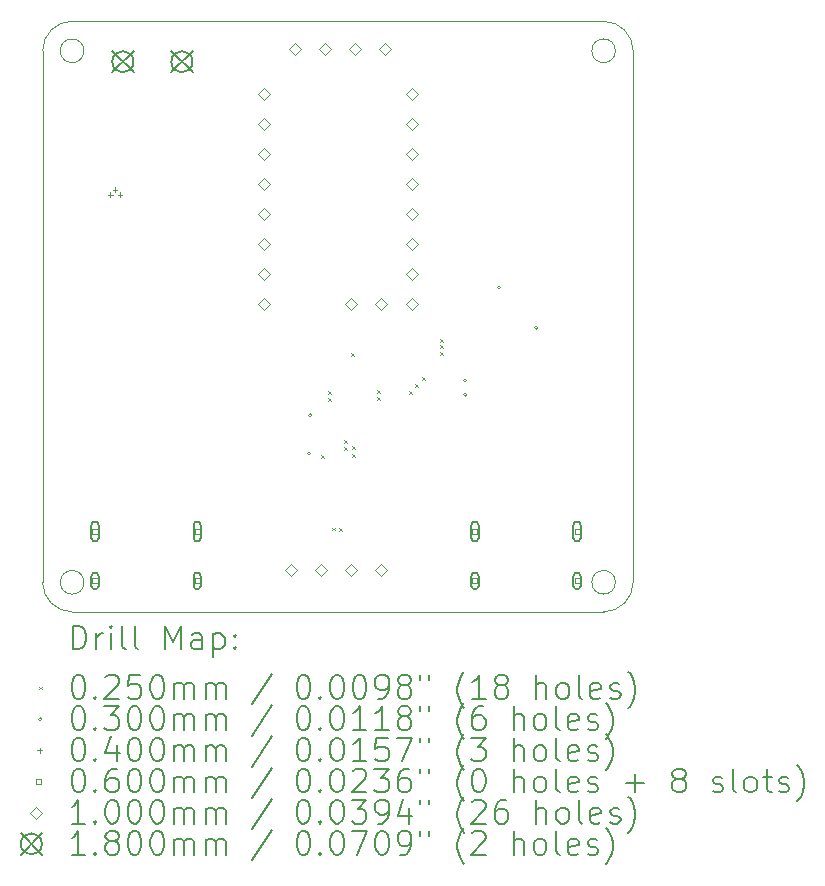
<source format=gbr>
%TF.GenerationSoftware,KiCad,Pcbnew,7.0.5*%
%TF.CreationDate,2023-08-17T05:27:01+08:00*%
%TF.ProjectId,TMC2209_TestBoard,544d4332-3230-4395-9f54-657374426f61,rev?*%
%TF.SameCoordinates,Original*%
%TF.FileFunction,Drillmap*%
%TF.FilePolarity,Positive*%
%FSLAX45Y45*%
G04 Gerber Fmt 4.5, Leading zero omitted, Abs format (unit mm)*
G04 Created by KiCad (PCBNEW 7.0.5) date 2023-08-17 05:27:01*
%MOMM*%
%LPD*%
G01*
G04 APERTURE LIST*
%ADD10C,0.100000*%
%ADD11C,0.200000*%
%ADD12C,0.025000*%
%ADD13C,0.030000*%
%ADD14C,0.040000*%
%ADD15C,0.060000*%
%ADD16C,0.180000*%
G04 APERTURE END LIST*
D10*
X7934000Y-4195000D02*
G75*
G03*
X7934000Y-4195000I-100000J0D01*
G01*
X7934000Y-8695000D02*
G75*
G03*
X7934000Y-8695000I-100000J0D01*
G01*
X12434000Y-8695000D02*
G75*
G03*
X12434000Y-8695000I-100000J0D01*
G01*
X12434000Y-4195000D02*
G75*
G03*
X12434000Y-4195000I-100000J0D01*
G01*
X7584000Y-8695000D02*
G75*
G03*
X7834000Y-8945000I250000J0D01*
G01*
X7584000Y-8695000D02*
X7584000Y-4195000D01*
X12334000Y-8945000D02*
G75*
G03*
X12584000Y-8695000I0J250000D01*
G01*
X7834000Y-3945000D02*
X12334000Y-3945000D01*
X12584000Y-4195000D02*
X12584000Y-8695000D01*
X12584000Y-4195000D02*
G75*
G03*
X12334000Y-3945000I-250000J0D01*
G01*
X12334000Y-8945000D02*
X7834000Y-8945000D01*
X7834000Y-3945000D02*
G75*
G03*
X7584000Y-4195000I0J-250000D01*
G01*
D11*
D12*
X9940500Y-7615500D02*
X9965500Y-7640500D01*
X9965500Y-7615500D02*
X9940500Y-7640500D01*
X9999708Y-7078210D02*
X10024708Y-7103210D01*
X10024708Y-7078210D02*
X9999708Y-7103210D01*
X10000500Y-7135500D02*
X10025500Y-7160500D01*
X10025500Y-7135500D02*
X10000500Y-7160500D01*
X10036500Y-8231500D02*
X10061500Y-8256500D01*
X10061500Y-8231500D02*
X10036500Y-8256500D01*
X10094500Y-8233500D02*
X10119500Y-8258500D01*
X10119500Y-8233500D02*
X10094500Y-8258500D01*
X10134450Y-7494500D02*
X10159450Y-7519500D01*
X10159450Y-7494500D02*
X10134450Y-7519500D01*
X10134450Y-7549500D02*
X10159450Y-7574500D01*
X10159450Y-7549500D02*
X10134450Y-7574500D01*
X10194500Y-6754500D02*
X10219500Y-6779500D01*
X10219500Y-6754500D02*
X10194500Y-6779500D01*
X10204500Y-7610500D02*
X10229500Y-7635500D01*
X10229500Y-7610500D02*
X10204500Y-7635500D01*
X10204508Y-7537508D02*
X10229508Y-7562508D01*
X10229508Y-7537508D02*
X10204508Y-7562508D01*
X10416500Y-7069500D02*
X10441500Y-7094500D01*
X10441500Y-7069500D02*
X10416500Y-7094500D01*
X10417500Y-7128500D02*
X10442500Y-7153500D01*
X10442500Y-7128500D02*
X10417500Y-7153500D01*
X10683500Y-7078500D02*
X10708500Y-7103500D01*
X10708500Y-7078500D02*
X10683500Y-7103500D01*
X10738267Y-7014586D02*
X10763267Y-7039586D01*
X10763267Y-7014586D02*
X10738267Y-7039586D01*
X10796927Y-6955927D02*
X10821927Y-6980927D01*
X10821927Y-6955927D02*
X10796927Y-6980927D01*
X10950500Y-6634500D02*
X10975500Y-6659500D01*
X10975500Y-6634500D02*
X10950500Y-6659500D01*
X10951301Y-6744339D02*
X10976301Y-6769339D01*
X10976301Y-6744339D02*
X10951301Y-6769339D01*
X10952696Y-6689406D02*
X10977696Y-6714406D01*
X10977696Y-6689406D02*
X10952696Y-6714406D01*
D13*
X9855000Y-7605000D02*
G75*
G03*
X9855000Y-7605000I-15000J0D01*
G01*
X9866000Y-7279050D02*
G75*
G03*
X9866000Y-7279050I-15000J0D01*
G01*
X11177000Y-6987000D02*
G75*
G03*
X11177000Y-6987000I-15000J0D01*
G01*
X11178000Y-7106950D02*
G75*
G03*
X11178000Y-7106950I-15000J0D01*
G01*
X11465000Y-6199000D02*
G75*
G03*
X11465000Y-6199000I-15000J0D01*
G01*
X11780000Y-6540000D02*
G75*
G03*
X11780000Y-6540000I-15000J0D01*
G01*
D14*
X8157000Y-5393000D02*
X8157000Y-5433000D01*
X8137000Y-5413000D02*
X8177000Y-5413000D01*
X8197000Y-5350000D02*
X8197000Y-5390000D01*
X8177000Y-5370000D02*
X8217000Y-5370000D01*
X8239000Y-5392000D02*
X8239000Y-5432000D01*
X8219000Y-5412000D02*
X8259000Y-5412000D01*
D15*
X8049213Y-8285713D02*
X8049213Y-8243287D01*
X8006787Y-8243287D01*
X8006787Y-8285713D01*
X8049213Y-8285713D01*
D11*
X7998000Y-8209500D02*
X7998000Y-8319500D01*
X7998000Y-8319500D02*
G75*
G03*
X8058000Y-8319500I30000J0D01*
G01*
X8058000Y-8319500D02*
X8058000Y-8209500D01*
X8058000Y-8209500D02*
G75*
G03*
X7998000Y-8209500I-30000J0D01*
G01*
D15*
X8049213Y-8703713D02*
X8049213Y-8661287D01*
X8006787Y-8661287D01*
X8006787Y-8703713D01*
X8049213Y-8703713D01*
D11*
X7998000Y-8642500D02*
X7998000Y-8722500D01*
X7998000Y-8722500D02*
G75*
G03*
X8058000Y-8722500I30000J0D01*
G01*
X8058000Y-8722500D02*
X8058000Y-8642500D01*
X8058000Y-8642500D02*
G75*
G03*
X7998000Y-8642500I-30000J0D01*
G01*
D15*
X8913213Y-8285713D02*
X8913213Y-8243287D01*
X8870787Y-8243287D01*
X8870787Y-8285713D01*
X8913213Y-8285713D01*
D11*
X8862000Y-8209500D02*
X8862000Y-8319500D01*
X8862000Y-8319500D02*
G75*
G03*
X8922000Y-8319500I30000J0D01*
G01*
X8922000Y-8319500D02*
X8922000Y-8209500D01*
X8922000Y-8209500D02*
G75*
G03*
X8862000Y-8209500I-30000J0D01*
G01*
D15*
X8913213Y-8703713D02*
X8913213Y-8661287D01*
X8870787Y-8661287D01*
X8870787Y-8703713D01*
X8913213Y-8703713D01*
D11*
X8862000Y-8642500D02*
X8862000Y-8722500D01*
X8862000Y-8722500D02*
G75*
G03*
X8922000Y-8722500I30000J0D01*
G01*
X8922000Y-8722500D02*
X8922000Y-8642500D01*
X8922000Y-8642500D02*
G75*
G03*
X8862000Y-8642500I-30000J0D01*
G01*
D15*
X11266213Y-8285713D02*
X11266213Y-8243287D01*
X11223787Y-8243287D01*
X11223787Y-8285713D01*
X11266213Y-8285713D01*
D11*
X11215000Y-8209500D02*
X11215000Y-8319500D01*
X11215000Y-8319500D02*
G75*
G03*
X11275000Y-8319500I30000J0D01*
G01*
X11275000Y-8319500D02*
X11275000Y-8209500D01*
X11275000Y-8209500D02*
G75*
G03*
X11215000Y-8209500I-30000J0D01*
G01*
D15*
X11266213Y-8703713D02*
X11266213Y-8661287D01*
X11223787Y-8661287D01*
X11223787Y-8703713D01*
X11266213Y-8703713D01*
D11*
X11215000Y-8642500D02*
X11215000Y-8722500D01*
X11215000Y-8722500D02*
G75*
G03*
X11275000Y-8722500I30000J0D01*
G01*
X11275000Y-8722500D02*
X11275000Y-8642500D01*
X11275000Y-8642500D02*
G75*
G03*
X11215000Y-8642500I-30000J0D01*
G01*
D15*
X12130213Y-8285713D02*
X12130213Y-8243287D01*
X12087787Y-8243287D01*
X12087787Y-8285713D01*
X12130213Y-8285713D01*
D11*
X12079000Y-8209500D02*
X12079000Y-8319500D01*
X12079000Y-8319500D02*
G75*
G03*
X12139000Y-8319500I30000J0D01*
G01*
X12139000Y-8319500D02*
X12139000Y-8209500D01*
X12139000Y-8209500D02*
G75*
G03*
X12079000Y-8209500I-30000J0D01*
G01*
D15*
X12130213Y-8703713D02*
X12130213Y-8661287D01*
X12087787Y-8661287D01*
X12087787Y-8703713D01*
X12130213Y-8703713D01*
D11*
X12079000Y-8642500D02*
X12079000Y-8722500D01*
X12079000Y-8722500D02*
G75*
G03*
X12139000Y-8722500I30000J0D01*
G01*
X12139000Y-8722500D02*
X12139000Y-8642500D01*
X12139000Y-8642500D02*
G75*
G03*
X12079000Y-8642500I-30000J0D01*
G01*
D10*
X9455500Y-4610000D02*
X9505500Y-4560000D01*
X9455500Y-4510000D01*
X9405500Y-4560000D01*
X9455500Y-4610000D01*
X9455500Y-4864000D02*
X9505500Y-4814000D01*
X9455500Y-4764000D01*
X9405500Y-4814000D01*
X9455500Y-4864000D01*
X9455500Y-5118000D02*
X9505500Y-5068000D01*
X9455500Y-5018000D01*
X9405500Y-5068000D01*
X9455500Y-5118000D01*
X9455500Y-5372000D02*
X9505500Y-5322000D01*
X9455500Y-5272000D01*
X9405500Y-5322000D01*
X9455500Y-5372000D01*
X9455500Y-5626000D02*
X9505500Y-5576000D01*
X9455500Y-5526000D01*
X9405500Y-5576000D01*
X9455500Y-5626000D01*
X9455500Y-5880000D02*
X9505500Y-5830000D01*
X9455500Y-5780000D01*
X9405500Y-5830000D01*
X9455500Y-5880000D01*
X9455500Y-6134000D02*
X9505500Y-6084000D01*
X9455500Y-6034000D01*
X9405500Y-6084000D01*
X9455500Y-6134000D01*
X9455500Y-6388000D02*
X9505500Y-6338000D01*
X9455500Y-6288000D01*
X9405500Y-6338000D01*
X9455500Y-6388000D01*
X9688500Y-8644000D02*
X9738500Y-8594000D01*
X9688500Y-8544000D01*
X9638500Y-8594000D01*
X9688500Y-8644000D01*
X9723000Y-4229000D02*
X9773000Y-4179000D01*
X9723000Y-4129000D01*
X9673000Y-4179000D01*
X9723000Y-4229000D01*
X9942500Y-8644000D02*
X9992500Y-8594000D01*
X9942500Y-8544000D01*
X9892500Y-8594000D01*
X9942500Y-8644000D01*
X9977000Y-4229000D02*
X10027000Y-4179000D01*
X9977000Y-4129000D01*
X9927000Y-4179000D01*
X9977000Y-4229000D01*
X10196000Y-6388000D02*
X10246000Y-6338000D01*
X10196000Y-6288000D01*
X10146000Y-6338000D01*
X10196000Y-6388000D01*
X10196500Y-8644000D02*
X10246500Y-8594000D01*
X10196500Y-8544000D01*
X10146500Y-8594000D01*
X10196500Y-8644000D01*
X10231000Y-4229000D02*
X10281000Y-4179000D01*
X10231000Y-4129000D01*
X10181000Y-4179000D01*
X10231000Y-4229000D01*
X10450000Y-6388000D02*
X10500000Y-6338000D01*
X10450000Y-6288000D01*
X10400000Y-6338000D01*
X10450000Y-6388000D01*
X10450500Y-8644000D02*
X10500500Y-8594000D01*
X10450500Y-8544000D01*
X10400500Y-8594000D01*
X10450500Y-8644000D01*
X10485000Y-4229000D02*
X10535000Y-4179000D01*
X10485000Y-4129000D01*
X10435000Y-4179000D01*
X10485000Y-4229000D01*
X10714500Y-4610000D02*
X10764500Y-4560000D01*
X10714500Y-4510000D01*
X10664500Y-4560000D01*
X10714500Y-4610000D01*
X10714500Y-4864000D02*
X10764500Y-4814000D01*
X10714500Y-4764000D01*
X10664500Y-4814000D01*
X10714500Y-4864000D01*
X10714500Y-5118000D02*
X10764500Y-5068000D01*
X10714500Y-5018000D01*
X10664500Y-5068000D01*
X10714500Y-5118000D01*
X10714500Y-5372000D02*
X10764500Y-5322000D01*
X10714500Y-5272000D01*
X10664500Y-5322000D01*
X10714500Y-5372000D01*
X10714500Y-5626000D02*
X10764500Y-5576000D01*
X10714500Y-5526000D01*
X10664500Y-5576000D01*
X10714500Y-5626000D01*
X10714500Y-5880000D02*
X10764500Y-5830000D01*
X10714500Y-5780000D01*
X10664500Y-5830000D01*
X10714500Y-5880000D01*
X10714500Y-6134000D02*
X10764500Y-6084000D01*
X10714500Y-6034000D01*
X10664500Y-6084000D01*
X10714500Y-6134000D01*
X10714500Y-6388000D02*
X10764500Y-6338000D01*
X10714500Y-6288000D01*
X10664500Y-6338000D01*
X10714500Y-6388000D01*
D16*
X8174000Y-4198000D02*
X8354000Y-4378000D01*
X8354000Y-4198000D02*
X8174000Y-4378000D01*
X8354000Y-4288000D02*
G75*
G03*
X8354000Y-4288000I-90000J0D01*
G01*
X8674000Y-4198000D02*
X8854000Y-4378000D01*
X8854000Y-4198000D02*
X8674000Y-4378000D01*
X8854000Y-4288000D02*
G75*
G03*
X8854000Y-4288000I-90000J0D01*
G01*
D11*
X7839777Y-9261484D02*
X7839777Y-9061484D01*
X7839777Y-9061484D02*
X7887396Y-9061484D01*
X7887396Y-9061484D02*
X7915967Y-9071008D01*
X7915967Y-9071008D02*
X7935015Y-9090055D01*
X7935015Y-9090055D02*
X7944539Y-9109103D01*
X7944539Y-9109103D02*
X7954062Y-9147198D01*
X7954062Y-9147198D02*
X7954062Y-9175770D01*
X7954062Y-9175770D02*
X7944539Y-9213865D01*
X7944539Y-9213865D02*
X7935015Y-9232912D01*
X7935015Y-9232912D02*
X7915967Y-9251960D01*
X7915967Y-9251960D02*
X7887396Y-9261484D01*
X7887396Y-9261484D02*
X7839777Y-9261484D01*
X8039777Y-9261484D02*
X8039777Y-9128150D01*
X8039777Y-9166246D02*
X8049301Y-9147198D01*
X8049301Y-9147198D02*
X8058824Y-9137674D01*
X8058824Y-9137674D02*
X8077872Y-9128150D01*
X8077872Y-9128150D02*
X8096920Y-9128150D01*
X8163586Y-9261484D02*
X8163586Y-9128150D01*
X8163586Y-9061484D02*
X8154062Y-9071008D01*
X8154062Y-9071008D02*
X8163586Y-9080531D01*
X8163586Y-9080531D02*
X8173110Y-9071008D01*
X8173110Y-9071008D02*
X8163586Y-9061484D01*
X8163586Y-9061484D02*
X8163586Y-9080531D01*
X8287396Y-9261484D02*
X8268348Y-9251960D01*
X8268348Y-9251960D02*
X8258824Y-9232912D01*
X8258824Y-9232912D02*
X8258824Y-9061484D01*
X8392158Y-9261484D02*
X8373110Y-9251960D01*
X8373110Y-9251960D02*
X8363586Y-9232912D01*
X8363586Y-9232912D02*
X8363586Y-9061484D01*
X8620729Y-9261484D02*
X8620729Y-9061484D01*
X8620729Y-9061484D02*
X8687396Y-9204341D01*
X8687396Y-9204341D02*
X8754063Y-9061484D01*
X8754063Y-9061484D02*
X8754063Y-9261484D01*
X8935015Y-9261484D02*
X8935015Y-9156722D01*
X8935015Y-9156722D02*
X8925491Y-9137674D01*
X8925491Y-9137674D02*
X8906444Y-9128150D01*
X8906444Y-9128150D02*
X8868348Y-9128150D01*
X8868348Y-9128150D02*
X8849301Y-9137674D01*
X8935015Y-9251960D02*
X8915967Y-9261484D01*
X8915967Y-9261484D02*
X8868348Y-9261484D01*
X8868348Y-9261484D02*
X8849301Y-9251960D01*
X8849301Y-9251960D02*
X8839777Y-9232912D01*
X8839777Y-9232912D02*
X8839777Y-9213865D01*
X8839777Y-9213865D02*
X8849301Y-9194817D01*
X8849301Y-9194817D02*
X8868348Y-9185293D01*
X8868348Y-9185293D02*
X8915967Y-9185293D01*
X8915967Y-9185293D02*
X8935015Y-9175770D01*
X9030253Y-9128150D02*
X9030253Y-9328150D01*
X9030253Y-9137674D02*
X9049301Y-9128150D01*
X9049301Y-9128150D02*
X9087396Y-9128150D01*
X9087396Y-9128150D02*
X9106444Y-9137674D01*
X9106444Y-9137674D02*
X9115967Y-9147198D01*
X9115967Y-9147198D02*
X9125491Y-9166246D01*
X9125491Y-9166246D02*
X9125491Y-9223389D01*
X9125491Y-9223389D02*
X9115967Y-9242436D01*
X9115967Y-9242436D02*
X9106444Y-9251960D01*
X9106444Y-9251960D02*
X9087396Y-9261484D01*
X9087396Y-9261484D02*
X9049301Y-9261484D01*
X9049301Y-9261484D02*
X9030253Y-9251960D01*
X9211205Y-9242436D02*
X9220729Y-9251960D01*
X9220729Y-9251960D02*
X9211205Y-9261484D01*
X9211205Y-9261484D02*
X9201682Y-9251960D01*
X9201682Y-9251960D02*
X9211205Y-9242436D01*
X9211205Y-9242436D02*
X9211205Y-9261484D01*
X9211205Y-9137674D02*
X9220729Y-9147198D01*
X9220729Y-9147198D02*
X9211205Y-9156722D01*
X9211205Y-9156722D02*
X9201682Y-9147198D01*
X9201682Y-9147198D02*
X9211205Y-9137674D01*
X9211205Y-9137674D02*
X9211205Y-9156722D01*
D12*
X7554000Y-9577500D02*
X7579000Y-9602500D01*
X7579000Y-9577500D02*
X7554000Y-9602500D01*
D11*
X7877872Y-9481484D02*
X7896920Y-9481484D01*
X7896920Y-9481484D02*
X7915967Y-9491008D01*
X7915967Y-9491008D02*
X7925491Y-9500531D01*
X7925491Y-9500531D02*
X7935015Y-9519579D01*
X7935015Y-9519579D02*
X7944539Y-9557674D01*
X7944539Y-9557674D02*
X7944539Y-9605293D01*
X7944539Y-9605293D02*
X7935015Y-9643389D01*
X7935015Y-9643389D02*
X7925491Y-9662436D01*
X7925491Y-9662436D02*
X7915967Y-9671960D01*
X7915967Y-9671960D02*
X7896920Y-9681484D01*
X7896920Y-9681484D02*
X7877872Y-9681484D01*
X7877872Y-9681484D02*
X7858824Y-9671960D01*
X7858824Y-9671960D02*
X7849301Y-9662436D01*
X7849301Y-9662436D02*
X7839777Y-9643389D01*
X7839777Y-9643389D02*
X7830253Y-9605293D01*
X7830253Y-9605293D02*
X7830253Y-9557674D01*
X7830253Y-9557674D02*
X7839777Y-9519579D01*
X7839777Y-9519579D02*
X7849301Y-9500531D01*
X7849301Y-9500531D02*
X7858824Y-9491008D01*
X7858824Y-9491008D02*
X7877872Y-9481484D01*
X8030253Y-9662436D02*
X8039777Y-9671960D01*
X8039777Y-9671960D02*
X8030253Y-9681484D01*
X8030253Y-9681484D02*
X8020729Y-9671960D01*
X8020729Y-9671960D02*
X8030253Y-9662436D01*
X8030253Y-9662436D02*
X8030253Y-9681484D01*
X8115967Y-9500531D02*
X8125491Y-9491008D01*
X8125491Y-9491008D02*
X8144539Y-9481484D01*
X8144539Y-9481484D02*
X8192158Y-9481484D01*
X8192158Y-9481484D02*
X8211205Y-9491008D01*
X8211205Y-9491008D02*
X8220729Y-9500531D01*
X8220729Y-9500531D02*
X8230253Y-9519579D01*
X8230253Y-9519579D02*
X8230253Y-9538627D01*
X8230253Y-9538627D02*
X8220729Y-9567198D01*
X8220729Y-9567198D02*
X8106443Y-9681484D01*
X8106443Y-9681484D02*
X8230253Y-9681484D01*
X8411205Y-9481484D02*
X8315967Y-9481484D01*
X8315967Y-9481484D02*
X8306443Y-9576722D01*
X8306443Y-9576722D02*
X8315967Y-9567198D01*
X8315967Y-9567198D02*
X8335015Y-9557674D01*
X8335015Y-9557674D02*
X8382634Y-9557674D01*
X8382634Y-9557674D02*
X8401682Y-9567198D01*
X8401682Y-9567198D02*
X8411205Y-9576722D01*
X8411205Y-9576722D02*
X8420729Y-9595770D01*
X8420729Y-9595770D02*
X8420729Y-9643389D01*
X8420729Y-9643389D02*
X8411205Y-9662436D01*
X8411205Y-9662436D02*
X8401682Y-9671960D01*
X8401682Y-9671960D02*
X8382634Y-9681484D01*
X8382634Y-9681484D02*
X8335015Y-9681484D01*
X8335015Y-9681484D02*
X8315967Y-9671960D01*
X8315967Y-9671960D02*
X8306443Y-9662436D01*
X8544539Y-9481484D02*
X8563586Y-9481484D01*
X8563586Y-9481484D02*
X8582634Y-9491008D01*
X8582634Y-9491008D02*
X8592158Y-9500531D01*
X8592158Y-9500531D02*
X8601682Y-9519579D01*
X8601682Y-9519579D02*
X8611205Y-9557674D01*
X8611205Y-9557674D02*
X8611205Y-9605293D01*
X8611205Y-9605293D02*
X8601682Y-9643389D01*
X8601682Y-9643389D02*
X8592158Y-9662436D01*
X8592158Y-9662436D02*
X8582634Y-9671960D01*
X8582634Y-9671960D02*
X8563586Y-9681484D01*
X8563586Y-9681484D02*
X8544539Y-9681484D01*
X8544539Y-9681484D02*
X8525491Y-9671960D01*
X8525491Y-9671960D02*
X8515967Y-9662436D01*
X8515967Y-9662436D02*
X8506444Y-9643389D01*
X8506444Y-9643389D02*
X8496920Y-9605293D01*
X8496920Y-9605293D02*
X8496920Y-9557674D01*
X8496920Y-9557674D02*
X8506444Y-9519579D01*
X8506444Y-9519579D02*
X8515967Y-9500531D01*
X8515967Y-9500531D02*
X8525491Y-9491008D01*
X8525491Y-9491008D02*
X8544539Y-9481484D01*
X8696920Y-9681484D02*
X8696920Y-9548150D01*
X8696920Y-9567198D02*
X8706444Y-9557674D01*
X8706444Y-9557674D02*
X8725491Y-9548150D01*
X8725491Y-9548150D02*
X8754063Y-9548150D01*
X8754063Y-9548150D02*
X8773110Y-9557674D01*
X8773110Y-9557674D02*
X8782634Y-9576722D01*
X8782634Y-9576722D02*
X8782634Y-9681484D01*
X8782634Y-9576722D02*
X8792158Y-9557674D01*
X8792158Y-9557674D02*
X8811205Y-9548150D01*
X8811205Y-9548150D02*
X8839777Y-9548150D01*
X8839777Y-9548150D02*
X8858825Y-9557674D01*
X8858825Y-9557674D02*
X8868348Y-9576722D01*
X8868348Y-9576722D02*
X8868348Y-9681484D01*
X8963586Y-9681484D02*
X8963586Y-9548150D01*
X8963586Y-9567198D02*
X8973110Y-9557674D01*
X8973110Y-9557674D02*
X8992158Y-9548150D01*
X8992158Y-9548150D02*
X9020729Y-9548150D01*
X9020729Y-9548150D02*
X9039777Y-9557674D01*
X9039777Y-9557674D02*
X9049301Y-9576722D01*
X9049301Y-9576722D02*
X9049301Y-9681484D01*
X9049301Y-9576722D02*
X9058825Y-9557674D01*
X9058825Y-9557674D02*
X9077872Y-9548150D01*
X9077872Y-9548150D02*
X9106444Y-9548150D01*
X9106444Y-9548150D02*
X9125491Y-9557674D01*
X9125491Y-9557674D02*
X9135015Y-9576722D01*
X9135015Y-9576722D02*
X9135015Y-9681484D01*
X9525491Y-9471960D02*
X9354063Y-9729103D01*
X9782634Y-9481484D02*
X9801682Y-9481484D01*
X9801682Y-9481484D02*
X9820729Y-9491008D01*
X9820729Y-9491008D02*
X9830253Y-9500531D01*
X9830253Y-9500531D02*
X9839777Y-9519579D01*
X9839777Y-9519579D02*
X9849301Y-9557674D01*
X9849301Y-9557674D02*
X9849301Y-9605293D01*
X9849301Y-9605293D02*
X9839777Y-9643389D01*
X9839777Y-9643389D02*
X9830253Y-9662436D01*
X9830253Y-9662436D02*
X9820729Y-9671960D01*
X9820729Y-9671960D02*
X9801682Y-9681484D01*
X9801682Y-9681484D02*
X9782634Y-9681484D01*
X9782634Y-9681484D02*
X9763587Y-9671960D01*
X9763587Y-9671960D02*
X9754063Y-9662436D01*
X9754063Y-9662436D02*
X9744539Y-9643389D01*
X9744539Y-9643389D02*
X9735015Y-9605293D01*
X9735015Y-9605293D02*
X9735015Y-9557674D01*
X9735015Y-9557674D02*
X9744539Y-9519579D01*
X9744539Y-9519579D02*
X9754063Y-9500531D01*
X9754063Y-9500531D02*
X9763587Y-9491008D01*
X9763587Y-9491008D02*
X9782634Y-9481484D01*
X9935015Y-9662436D02*
X9944539Y-9671960D01*
X9944539Y-9671960D02*
X9935015Y-9681484D01*
X9935015Y-9681484D02*
X9925491Y-9671960D01*
X9925491Y-9671960D02*
X9935015Y-9662436D01*
X9935015Y-9662436D02*
X9935015Y-9681484D01*
X10068348Y-9481484D02*
X10087396Y-9481484D01*
X10087396Y-9481484D02*
X10106444Y-9491008D01*
X10106444Y-9491008D02*
X10115968Y-9500531D01*
X10115968Y-9500531D02*
X10125491Y-9519579D01*
X10125491Y-9519579D02*
X10135015Y-9557674D01*
X10135015Y-9557674D02*
X10135015Y-9605293D01*
X10135015Y-9605293D02*
X10125491Y-9643389D01*
X10125491Y-9643389D02*
X10115968Y-9662436D01*
X10115968Y-9662436D02*
X10106444Y-9671960D01*
X10106444Y-9671960D02*
X10087396Y-9681484D01*
X10087396Y-9681484D02*
X10068348Y-9681484D01*
X10068348Y-9681484D02*
X10049301Y-9671960D01*
X10049301Y-9671960D02*
X10039777Y-9662436D01*
X10039777Y-9662436D02*
X10030253Y-9643389D01*
X10030253Y-9643389D02*
X10020729Y-9605293D01*
X10020729Y-9605293D02*
X10020729Y-9557674D01*
X10020729Y-9557674D02*
X10030253Y-9519579D01*
X10030253Y-9519579D02*
X10039777Y-9500531D01*
X10039777Y-9500531D02*
X10049301Y-9491008D01*
X10049301Y-9491008D02*
X10068348Y-9481484D01*
X10258825Y-9481484D02*
X10277872Y-9481484D01*
X10277872Y-9481484D02*
X10296920Y-9491008D01*
X10296920Y-9491008D02*
X10306444Y-9500531D01*
X10306444Y-9500531D02*
X10315968Y-9519579D01*
X10315968Y-9519579D02*
X10325491Y-9557674D01*
X10325491Y-9557674D02*
X10325491Y-9605293D01*
X10325491Y-9605293D02*
X10315968Y-9643389D01*
X10315968Y-9643389D02*
X10306444Y-9662436D01*
X10306444Y-9662436D02*
X10296920Y-9671960D01*
X10296920Y-9671960D02*
X10277872Y-9681484D01*
X10277872Y-9681484D02*
X10258825Y-9681484D01*
X10258825Y-9681484D02*
X10239777Y-9671960D01*
X10239777Y-9671960D02*
X10230253Y-9662436D01*
X10230253Y-9662436D02*
X10220729Y-9643389D01*
X10220729Y-9643389D02*
X10211206Y-9605293D01*
X10211206Y-9605293D02*
X10211206Y-9557674D01*
X10211206Y-9557674D02*
X10220729Y-9519579D01*
X10220729Y-9519579D02*
X10230253Y-9500531D01*
X10230253Y-9500531D02*
X10239777Y-9491008D01*
X10239777Y-9491008D02*
X10258825Y-9481484D01*
X10420729Y-9681484D02*
X10458825Y-9681484D01*
X10458825Y-9681484D02*
X10477872Y-9671960D01*
X10477872Y-9671960D02*
X10487396Y-9662436D01*
X10487396Y-9662436D02*
X10506444Y-9633865D01*
X10506444Y-9633865D02*
X10515968Y-9595770D01*
X10515968Y-9595770D02*
X10515968Y-9519579D01*
X10515968Y-9519579D02*
X10506444Y-9500531D01*
X10506444Y-9500531D02*
X10496920Y-9491008D01*
X10496920Y-9491008D02*
X10477872Y-9481484D01*
X10477872Y-9481484D02*
X10439777Y-9481484D01*
X10439777Y-9481484D02*
X10420729Y-9491008D01*
X10420729Y-9491008D02*
X10411206Y-9500531D01*
X10411206Y-9500531D02*
X10401682Y-9519579D01*
X10401682Y-9519579D02*
X10401682Y-9567198D01*
X10401682Y-9567198D02*
X10411206Y-9586246D01*
X10411206Y-9586246D02*
X10420729Y-9595770D01*
X10420729Y-9595770D02*
X10439777Y-9605293D01*
X10439777Y-9605293D02*
X10477872Y-9605293D01*
X10477872Y-9605293D02*
X10496920Y-9595770D01*
X10496920Y-9595770D02*
X10506444Y-9586246D01*
X10506444Y-9586246D02*
X10515968Y-9567198D01*
X10630253Y-9567198D02*
X10611206Y-9557674D01*
X10611206Y-9557674D02*
X10601682Y-9548150D01*
X10601682Y-9548150D02*
X10592158Y-9529103D01*
X10592158Y-9529103D02*
X10592158Y-9519579D01*
X10592158Y-9519579D02*
X10601682Y-9500531D01*
X10601682Y-9500531D02*
X10611206Y-9491008D01*
X10611206Y-9491008D02*
X10630253Y-9481484D01*
X10630253Y-9481484D02*
X10668349Y-9481484D01*
X10668349Y-9481484D02*
X10687396Y-9491008D01*
X10687396Y-9491008D02*
X10696920Y-9500531D01*
X10696920Y-9500531D02*
X10706444Y-9519579D01*
X10706444Y-9519579D02*
X10706444Y-9529103D01*
X10706444Y-9529103D02*
X10696920Y-9548150D01*
X10696920Y-9548150D02*
X10687396Y-9557674D01*
X10687396Y-9557674D02*
X10668349Y-9567198D01*
X10668349Y-9567198D02*
X10630253Y-9567198D01*
X10630253Y-9567198D02*
X10611206Y-9576722D01*
X10611206Y-9576722D02*
X10601682Y-9586246D01*
X10601682Y-9586246D02*
X10592158Y-9605293D01*
X10592158Y-9605293D02*
X10592158Y-9643389D01*
X10592158Y-9643389D02*
X10601682Y-9662436D01*
X10601682Y-9662436D02*
X10611206Y-9671960D01*
X10611206Y-9671960D02*
X10630253Y-9681484D01*
X10630253Y-9681484D02*
X10668349Y-9681484D01*
X10668349Y-9681484D02*
X10687396Y-9671960D01*
X10687396Y-9671960D02*
X10696920Y-9662436D01*
X10696920Y-9662436D02*
X10706444Y-9643389D01*
X10706444Y-9643389D02*
X10706444Y-9605293D01*
X10706444Y-9605293D02*
X10696920Y-9586246D01*
X10696920Y-9586246D02*
X10687396Y-9576722D01*
X10687396Y-9576722D02*
X10668349Y-9567198D01*
X10782634Y-9481484D02*
X10782634Y-9519579D01*
X10858825Y-9481484D02*
X10858825Y-9519579D01*
X11154063Y-9757674D02*
X11144539Y-9748150D01*
X11144539Y-9748150D02*
X11125491Y-9719579D01*
X11125491Y-9719579D02*
X11115968Y-9700531D01*
X11115968Y-9700531D02*
X11106444Y-9671960D01*
X11106444Y-9671960D02*
X11096920Y-9624341D01*
X11096920Y-9624341D02*
X11096920Y-9586246D01*
X11096920Y-9586246D02*
X11106444Y-9538627D01*
X11106444Y-9538627D02*
X11115968Y-9510055D01*
X11115968Y-9510055D02*
X11125491Y-9491008D01*
X11125491Y-9491008D02*
X11144539Y-9462436D01*
X11144539Y-9462436D02*
X11154063Y-9452912D01*
X11335015Y-9681484D02*
X11220729Y-9681484D01*
X11277872Y-9681484D02*
X11277872Y-9481484D01*
X11277872Y-9481484D02*
X11258825Y-9510055D01*
X11258825Y-9510055D02*
X11239777Y-9529103D01*
X11239777Y-9529103D02*
X11220729Y-9538627D01*
X11449301Y-9567198D02*
X11430253Y-9557674D01*
X11430253Y-9557674D02*
X11420729Y-9548150D01*
X11420729Y-9548150D02*
X11411206Y-9529103D01*
X11411206Y-9529103D02*
X11411206Y-9519579D01*
X11411206Y-9519579D02*
X11420729Y-9500531D01*
X11420729Y-9500531D02*
X11430253Y-9491008D01*
X11430253Y-9491008D02*
X11449301Y-9481484D01*
X11449301Y-9481484D02*
X11487396Y-9481484D01*
X11487396Y-9481484D02*
X11506444Y-9491008D01*
X11506444Y-9491008D02*
X11515968Y-9500531D01*
X11515968Y-9500531D02*
X11525491Y-9519579D01*
X11525491Y-9519579D02*
X11525491Y-9529103D01*
X11525491Y-9529103D02*
X11515968Y-9548150D01*
X11515968Y-9548150D02*
X11506444Y-9557674D01*
X11506444Y-9557674D02*
X11487396Y-9567198D01*
X11487396Y-9567198D02*
X11449301Y-9567198D01*
X11449301Y-9567198D02*
X11430253Y-9576722D01*
X11430253Y-9576722D02*
X11420729Y-9586246D01*
X11420729Y-9586246D02*
X11411206Y-9605293D01*
X11411206Y-9605293D02*
X11411206Y-9643389D01*
X11411206Y-9643389D02*
X11420729Y-9662436D01*
X11420729Y-9662436D02*
X11430253Y-9671960D01*
X11430253Y-9671960D02*
X11449301Y-9681484D01*
X11449301Y-9681484D02*
X11487396Y-9681484D01*
X11487396Y-9681484D02*
X11506444Y-9671960D01*
X11506444Y-9671960D02*
X11515968Y-9662436D01*
X11515968Y-9662436D02*
X11525491Y-9643389D01*
X11525491Y-9643389D02*
X11525491Y-9605293D01*
X11525491Y-9605293D02*
X11515968Y-9586246D01*
X11515968Y-9586246D02*
X11506444Y-9576722D01*
X11506444Y-9576722D02*
X11487396Y-9567198D01*
X11763587Y-9681484D02*
X11763587Y-9481484D01*
X11849301Y-9681484D02*
X11849301Y-9576722D01*
X11849301Y-9576722D02*
X11839777Y-9557674D01*
X11839777Y-9557674D02*
X11820730Y-9548150D01*
X11820730Y-9548150D02*
X11792158Y-9548150D01*
X11792158Y-9548150D02*
X11773110Y-9557674D01*
X11773110Y-9557674D02*
X11763587Y-9567198D01*
X11973110Y-9681484D02*
X11954063Y-9671960D01*
X11954063Y-9671960D02*
X11944539Y-9662436D01*
X11944539Y-9662436D02*
X11935015Y-9643389D01*
X11935015Y-9643389D02*
X11935015Y-9586246D01*
X11935015Y-9586246D02*
X11944539Y-9567198D01*
X11944539Y-9567198D02*
X11954063Y-9557674D01*
X11954063Y-9557674D02*
X11973110Y-9548150D01*
X11973110Y-9548150D02*
X12001682Y-9548150D01*
X12001682Y-9548150D02*
X12020730Y-9557674D01*
X12020730Y-9557674D02*
X12030253Y-9567198D01*
X12030253Y-9567198D02*
X12039777Y-9586246D01*
X12039777Y-9586246D02*
X12039777Y-9643389D01*
X12039777Y-9643389D02*
X12030253Y-9662436D01*
X12030253Y-9662436D02*
X12020730Y-9671960D01*
X12020730Y-9671960D02*
X12001682Y-9681484D01*
X12001682Y-9681484D02*
X11973110Y-9681484D01*
X12154063Y-9681484D02*
X12135015Y-9671960D01*
X12135015Y-9671960D02*
X12125491Y-9652912D01*
X12125491Y-9652912D02*
X12125491Y-9481484D01*
X12306444Y-9671960D02*
X12287396Y-9681484D01*
X12287396Y-9681484D02*
X12249301Y-9681484D01*
X12249301Y-9681484D02*
X12230253Y-9671960D01*
X12230253Y-9671960D02*
X12220730Y-9652912D01*
X12220730Y-9652912D02*
X12220730Y-9576722D01*
X12220730Y-9576722D02*
X12230253Y-9557674D01*
X12230253Y-9557674D02*
X12249301Y-9548150D01*
X12249301Y-9548150D02*
X12287396Y-9548150D01*
X12287396Y-9548150D02*
X12306444Y-9557674D01*
X12306444Y-9557674D02*
X12315968Y-9576722D01*
X12315968Y-9576722D02*
X12315968Y-9595770D01*
X12315968Y-9595770D02*
X12220730Y-9614817D01*
X12392158Y-9671960D02*
X12411206Y-9681484D01*
X12411206Y-9681484D02*
X12449301Y-9681484D01*
X12449301Y-9681484D02*
X12468349Y-9671960D01*
X12468349Y-9671960D02*
X12477872Y-9652912D01*
X12477872Y-9652912D02*
X12477872Y-9643389D01*
X12477872Y-9643389D02*
X12468349Y-9624341D01*
X12468349Y-9624341D02*
X12449301Y-9614817D01*
X12449301Y-9614817D02*
X12420730Y-9614817D01*
X12420730Y-9614817D02*
X12401682Y-9605293D01*
X12401682Y-9605293D02*
X12392158Y-9586246D01*
X12392158Y-9586246D02*
X12392158Y-9576722D01*
X12392158Y-9576722D02*
X12401682Y-9557674D01*
X12401682Y-9557674D02*
X12420730Y-9548150D01*
X12420730Y-9548150D02*
X12449301Y-9548150D01*
X12449301Y-9548150D02*
X12468349Y-9557674D01*
X12544539Y-9757674D02*
X12554063Y-9748150D01*
X12554063Y-9748150D02*
X12573111Y-9719579D01*
X12573111Y-9719579D02*
X12582634Y-9700531D01*
X12582634Y-9700531D02*
X12592158Y-9671960D01*
X12592158Y-9671960D02*
X12601682Y-9624341D01*
X12601682Y-9624341D02*
X12601682Y-9586246D01*
X12601682Y-9586246D02*
X12592158Y-9538627D01*
X12592158Y-9538627D02*
X12582634Y-9510055D01*
X12582634Y-9510055D02*
X12573111Y-9491008D01*
X12573111Y-9491008D02*
X12554063Y-9462436D01*
X12554063Y-9462436D02*
X12544539Y-9452912D01*
D13*
X7579000Y-9854000D02*
G75*
G03*
X7579000Y-9854000I-15000J0D01*
G01*
D11*
X7877872Y-9745484D02*
X7896920Y-9745484D01*
X7896920Y-9745484D02*
X7915967Y-9755008D01*
X7915967Y-9755008D02*
X7925491Y-9764531D01*
X7925491Y-9764531D02*
X7935015Y-9783579D01*
X7935015Y-9783579D02*
X7944539Y-9821674D01*
X7944539Y-9821674D02*
X7944539Y-9869293D01*
X7944539Y-9869293D02*
X7935015Y-9907389D01*
X7935015Y-9907389D02*
X7925491Y-9926436D01*
X7925491Y-9926436D02*
X7915967Y-9935960D01*
X7915967Y-9935960D02*
X7896920Y-9945484D01*
X7896920Y-9945484D02*
X7877872Y-9945484D01*
X7877872Y-9945484D02*
X7858824Y-9935960D01*
X7858824Y-9935960D02*
X7849301Y-9926436D01*
X7849301Y-9926436D02*
X7839777Y-9907389D01*
X7839777Y-9907389D02*
X7830253Y-9869293D01*
X7830253Y-9869293D02*
X7830253Y-9821674D01*
X7830253Y-9821674D02*
X7839777Y-9783579D01*
X7839777Y-9783579D02*
X7849301Y-9764531D01*
X7849301Y-9764531D02*
X7858824Y-9755008D01*
X7858824Y-9755008D02*
X7877872Y-9745484D01*
X8030253Y-9926436D02*
X8039777Y-9935960D01*
X8039777Y-9935960D02*
X8030253Y-9945484D01*
X8030253Y-9945484D02*
X8020729Y-9935960D01*
X8020729Y-9935960D02*
X8030253Y-9926436D01*
X8030253Y-9926436D02*
X8030253Y-9945484D01*
X8106443Y-9745484D02*
X8230253Y-9745484D01*
X8230253Y-9745484D02*
X8163586Y-9821674D01*
X8163586Y-9821674D02*
X8192158Y-9821674D01*
X8192158Y-9821674D02*
X8211205Y-9831198D01*
X8211205Y-9831198D02*
X8220729Y-9840722D01*
X8220729Y-9840722D02*
X8230253Y-9859770D01*
X8230253Y-9859770D02*
X8230253Y-9907389D01*
X8230253Y-9907389D02*
X8220729Y-9926436D01*
X8220729Y-9926436D02*
X8211205Y-9935960D01*
X8211205Y-9935960D02*
X8192158Y-9945484D01*
X8192158Y-9945484D02*
X8135015Y-9945484D01*
X8135015Y-9945484D02*
X8115967Y-9935960D01*
X8115967Y-9935960D02*
X8106443Y-9926436D01*
X8354062Y-9745484D02*
X8373110Y-9745484D01*
X8373110Y-9745484D02*
X8392158Y-9755008D01*
X8392158Y-9755008D02*
X8401682Y-9764531D01*
X8401682Y-9764531D02*
X8411205Y-9783579D01*
X8411205Y-9783579D02*
X8420729Y-9821674D01*
X8420729Y-9821674D02*
X8420729Y-9869293D01*
X8420729Y-9869293D02*
X8411205Y-9907389D01*
X8411205Y-9907389D02*
X8401682Y-9926436D01*
X8401682Y-9926436D02*
X8392158Y-9935960D01*
X8392158Y-9935960D02*
X8373110Y-9945484D01*
X8373110Y-9945484D02*
X8354062Y-9945484D01*
X8354062Y-9945484D02*
X8335015Y-9935960D01*
X8335015Y-9935960D02*
X8325491Y-9926436D01*
X8325491Y-9926436D02*
X8315967Y-9907389D01*
X8315967Y-9907389D02*
X8306443Y-9869293D01*
X8306443Y-9869293D02*
X8306443Y-9821674D01*
X8306443Y-9821674D02*
X8315967Y-9783579D01*
X8315967Y-9783579D02*
X8325491Y-9764531D01*
X8325491Y-9764531D02*
X8335015Y-9755008D01*
X8335015Y-9755008D02*
X8354062Y-9745484D01*
X8544539Y-9745484D02*
X8563586Y-9745484D01*
X8563586Y-9745484D02*
X8582634Y-9755008D01*
X8582634Y-9755008D02*
X8592158Y-9764531D01*
X8592158Y-9764531D02*
X8601682Y-9783579D01*
X8601682Y-9783579D02*
X8611205Y-9821674D01*
X8611205Y-9821674D02*
X8611205Y-9869293D01*
X8611205Y-9869293D02*
X8601682Y-9907389D01*
X8601682Y-9907389D02*
X8592158Y-9926436D01*
X8592158Y-9926436D02*
X8582634Y-9935960D01*
X8582634Y-9935960D02*
X8563586Y-9945484D01*
X8563586Y-9945484D02*
X8544539Y-9945484D01*
X8544539Y-9945484D02*
X8525491Y-9935960D01*
X8525491Y-9935960D02*
X8515967Y-9926436D01*
X8515967Y-9926436D02*
X8506444Y-9907389D01*
X8506444Y-9907389D02*
X8496920Y-9869293D01*
X8496920Y-9869293D02*
X8496920Y-9821674D01*
X8496920Y-9821674D02*
X8506444Y-9783579D01*
X8506444Y-9783579D02*
X8515967Y-9764531D01*
X8515967Y-9764531D02*
X8525491Y-9755008D01*
X8525491Y-9755008D02*
X8544539Y-9745484D01*
X8696920Y-9945484D02*
X8696920Y-9812150D01*
X8696920Y-9831198D02*
X8706444Y-9821674D01*
X8706444Y-9821674D02*
X8725491Y-9812150D01*
X8725491Y-9812150D02*
X8754063Y-9812150D01*
X8754063Y-9812150D02*
X8773110Y-9821674D01*
X8773110Y-9821674D02*
X8782634Y-9840722D01*
X8782634Y-9840722D02*
X8782634Y-9945484D01*
X8782634Y-9840722D02*
X8792158Y-9821674D01*
X8792158Y-9821674D02*
X8811205Y-9812150D01*
X8811205Y-9812150D02*
X8839777Y-9812150D01*
X8839777Y-9812150D02*
X8858825Y-9821674D01*
X8858825Y-9821674D02*
X8868348Y-9840722D01*
X8868348Y-9840722D02*
X8868348Y-9945484D01*
X8963586Y-9945484D02*
X8963586Y-9812150D01*
X8963586Y-9831198D02*
X8973110Y-9821674D01*
X8973110Y-9821674D02*
X8992158Y-9812150D01*
X8992158Y-9812150D02*
X9020729Y-9812150D01*
X9020729Y-9812150D02*
X9039777Y-9821674D01*
X9039777Y-9821674D02*
X9049301Y-9840722D01*
X9049301Y-9840722D02*
X9049301Y-9945484D01*
X9049301Y-9840722D02*
X9058825Y-9821674D01*
X9058825Y-9821674D02*
X9077872Y-9812150D01*
X9077872Y-9812150D02*
X9106444Y-9812150D01*
X9106444Y-9812150D02*
X9125491Y-9821674D01*
X9125491Y-9821674D02*
X9135015Y-9840722D01*
X9135015Y-9840722D02*
X9135015Y-9945484D01*
X9525491Y-9735960D02*
X9354063Y-9993103D01*
X9782634Y-9745484D02*
X9801682Y-9745484D01*
X9801682Y-9745484D02*
X9820729Y-9755008D01*
X9820729Y-9755008D02*
X9830253Y-9764531D01*
X9830253Y-9764531D02*
X9839777Y-9783579D01*
X9839777Y-9783579D02*
X9849301Y-9821674D01*
X9849301Y-9821674D02*
X9849301Y-9869293D01*
X9849301Y-9869293D02*
X9839777Y-9907389D01*
X9839777Y-9907389D02*
X9830253Y-9926436D01*
X9830253Y-9926436D02*
X9820729Y-9935960D01*
X9820729Y-9935960D02*
X9801682Y-9945484D01*
X9801682Y-9945484D02*
X9782634Y-9945484D01*
X9782634Y-9945484D02*
X9763587Y-9935960D01*
X9763587Y-9935960D02*
X9754063Y-9926436D01*
X9754063Y-9926436D02*
X9744539Y-9907389D01*
X9744539Y-9907389D02*
X9735015Y-9869293D01*
X9735015Y-9869293D02*
X9735015Y-9821674D01*
X9735015Y-9821674D02*
X9744539Y-9783579D01*
X9744539Y-9783579D02*
X9754063Y-9764531D01*
X9754063Y-9764531D02*
X9763587Y-9755008D01*
X9763587Y-9755008D02*
X9782634Y-9745484D01*
X9935015Y-9926436D02*
X9944539Y-9935960D01*
X9944539Y-9935960D02*
X9935015Y-9945484D01*
X9935015Y-9945484D02*
X9925491Y-9935960D01*
X9925491Y-9935960D02*
X9935015Y-9926436D01*
X9935015Y-9926436D02*
X9935015Y-9945484D01*
X10068348Y-9745484D02*
X10087396Y-9745484D01*
X10087396Y-9745484D02*
X10106444Y-9755008D01*
X10106444Y-9755008D02*
X10115968Y-9764531D01*
X10115968Y-9764531D02*
X10125491Y-9783579D01*
X10125491Y-9783579D02*
X10135015Y-9821674D01*
X10135015Y-9821674D02*
X10135015Y-9869293D01*
X10135015Y-9869293D02*
X10125491Y-9907389D01*
X10125491Y-9907389D02*
X10115968Y-9926436D01*
X10115968Y-9926436D02*
X10106444Y-9935960D01*
X10106444Y-9935960D02*
X10087396Y-9945484D01*
X10087396Y-9945484D02*
X10068348Y-9945484D01*
X10068348Y-9945484D02*
X10049301Y-9935960D01*
X10049301Y-9935960D02*
X10039777Y-9926436D01*
X10039777Y-9926436D02*
X10030253Y-9907389D01*
X10030253Y-9907389D02*
X10020729Y-9869293D01*
X10020729Y-9869293D02*
X10020729Y-9821674D01*
X10020729Y-9821674D02*
X10030253Y-9783579D01*
X10030253Y-9783579D02*
X10039777Y-9764531D01*
X10039777Y-9764531D02*
X10049301Y-9755008D01*
X10049301Y-9755008D02*
X10068348Y-9745484D01*
X10325491Y-9945484D02*
X10211206Y-9945484D01*
X10268348Y-9945484D02*
X10268348Y-9745484D01*
X10268348Y-9745484D02*
X10249301Y-9774055D01*
X10249301Y-9774055D02*
X10230253Y-9793103D01*
X10230253Y-9793103D02*
X10211206Y-9802627D01*
X10515968Y-9945484D02*
X10401682Y-9945484D01*
X10458825Y-9945484D02*
X10458825Y-9745484D01*
X10458825Y-9745484D02*
X10439777Y-9774055D01*
X10439777Y-9774055D02*
X10420729Y-9793103D01*
X10420729Y-9793103D02*
X10401682Y-9802627D01*
X10630253Y-9831198D02*
X10611206Y-9821674D01*
X10611206Y-9821674D02*
X10601682Y-9812150D01*
X10601682Y-9812150D02*
X10592158Y-9793103D01*
X10592158Y-9793103D02*
X10592158Y-9783579D01*
X10592158Y-9783579D02*
X10601682Y-9764531D01*
X10601682Y-9764531D02*
X10611206Y-9755008D01*
X10611206Y-9755008D02*
X10630253Y-9745484D01*
X10630253Y-9745484D02*
X10668349Y-9745484D01*
X10668349Y-9745484D02*
X10687396Y-9755008D01*
X10687396Y-9755008D02*
X10696920Y-9764531D01*
X10696920Y-9764531D02*
X10706444Y-9783579D01*
X10706444Y-9783579D02*
X10706444Y-9793103D01*
X10706444Y-9793103D02*
X10696920Y-9812150D01*
X10696920Y-9812150D02*
X10687396Y-9821674D01*
X10687396Y-9821674D02*
X10668349Y-9831198D01*
X10668349Y-9831198D02*
X10630253Y-9831198D01*
X10630253Y-9831198D02*
X10611206Y-9840722D01*
X10611206Y-9840722D02*
X10601682Y-9850246D01*
X10601682Y-9850246D02*
X10592158Y-9869293D01*
X10592158Y-9869293D02*
X10592158Y-9907389D01*
X10592158Y-9907389D02*
X10601682Y-9926436D01*
X10601682Y-9926436D02*
X10611206Y-9935960D01*
X10611206Y-9935960D02*
X10630253Y-9945484D01*
X10630253Y-9945484D02*
X10668349Y-9945484D01*
X10668349Y-9945484D02*
X10687396Y-9935960D01*
X10687396Y-9935960D02*
X10696920Y-9926436D01*
X10696920Y-9926436D02*
X10706444Y-9907389D01*
X10706444Y-9907389D02*
X10706444Y-9869293D01*
X10706444Y-9869293D02*
X10696920Y-9850246D01*
X10696920Y-9850246D02*
X10687396Y-9840722D01*
X10687396Y-9840722D02*
X10668349Y-9831198D01*
X10782634Y-9745484D02*
X10782634Y-9783579D01*
X10858825Y-9745484D02*
X10858825Y-9783579D01*
X11154063Y-10021674D02*
X11144539Y-10012150D01*
X11144539Y-10012150D02*
X11125491Y-9983579D01*
X11125491Y-9983579D02*
X11115968Y-9964531D01*
X11115968Y-9964531D02*
X11106444Y-9935960D01*
X11106444Y-9935960D02*
X11096920Y-9888341D01*
X11096920Y-9888341D02*
X11096920Y-9850246D01*
X11096920Y-9850246D02*
X11106444Y-9802627D01*
X11106444Y-9802627D02*
X11115968Y-9774055D01*
X11115968Y-9774055D02*
X11125491Y-9755008D01*
X11125491Y-9755008D02*
X11144539Y-9726436D01*
X11144539Y-9726436D02*
X11154063Y-9716912D01*
X11315968Y-9745484D02*
X11277872Y-9745484D01*
X11277872Y-9745484D02*
X11258825Y-9755008D01*
X11258825Y-9755008D02*
X11249301Y-9764531D01*
X11249301Y-9764531D02*
X11230253Y-9793103D01*
X11230253Y-9793103D02*
X11220729Y-9831198D01*
X11220729Y-9831198D02*
X11220729Y-9907389D01*
X11220729Y-9907389D02*
X11230253Y-9926436D01*
X11230253Y-9926436D02*
X11239777Y-9935960D01*
X11239777Y-9935960D02*
X11258825Y-9945484D01*
X11258825Y-9945484D02*
X11296920Y-9945484D01*
X11296920Y-9945484D02*
X11315968Y-9935960D01*
X11315968Y-9935960D02*
X11325491Y-9926436D01*
X11325491Y-9926436D02*
X11335015Y-9907389D01*
X11335015Y-9907389D02*
X11335015Y-9859770D01*
X11335015Y-9859770D02*
X11325491Y-9840722D01*
X11325491Y-9840722D02*
X11315968Y-9831198D01*
X11315968Y-9831198D02*
X11296920Y-9821674D01*
X11296920Y-9821674D02*
X11258825Y-9821674D01*
X11258825Y-9821674D02*
X11239777Y-9831198D01*
X11239777Y-9831198D02*
X11230253Y-9840722D01*
X11230253Y-9840722D02*
X11220729Y-9859770D01*
X11573110Y-9945484D02*
X11573110Y-9745484D01*
X11658825Y-9945484D02*
X11658825Y-9840722D01*
X11658825Y-9840722D02*
X11649301Y-9821674D01*
X11649301Y-9821674D02*
X11630253Y-9812150D01*
X11630253Y-9812150D02*
X11601682Y-9812150D01*
X11601682Y-9812150D02*
X11582634Y-9821674D01*
X11582634Y-9821674D02*
X11573110Y-9831198D01*
X11782634Y-9945484D02*
X11763587Y-9935960D01*
X11763587Y-9935960D02*
X11754063Y-9926436D01*
X11754063Y-9926436D02*
X11744539Y-9907389D01*
X11744539Y-9907389D02*
X11744539Y-9850246D01*
X11744539Y-9850246D02*
X11754063Y-9831198D01*
X11754063Y-9831198D02*
X11763587Y-9821674D01*
X11763587Y-9821674D02*
X11782634Y-9812150D01*
X11782634Y-9812150D02*
X11811206Y-9812150D01*
X11811206Y-9812150D02*
X11830253Y-9821674D01*
X11830253Y-9821674D02*
X11839777Y-9831198D01*
X11839777Y-9831198D02*
X11849301Y-9850246D01*
X11849301Y-9850246D02*
X11849301Y-9907389D01*
X11849301Y-9907389D02*
X11839777Y-9926436D01*
X11839777Y-9926436D02*
X11830253Y-9935960D01*
X11830253Y-9935960D02*
X11811206Y-9945484D01*
X11811206Y-9945484D02*
X11782634Y-9945484D01*
X11963587Y-9945484D02*
X11944539Y-9935960D01*
X11944539Y-9935960D02*
X11935015Y-9916912D01*
X11935015Y-9916912D02*
X11935015Y-9745484D01*
X12115968Y-9935960D02*
X12096920Y-9945484D01*
X12096920Y-9945484D02*
X12058825Y-9945484D01*
X12058825Y-9945484D02*
X12039777Y-9935960D01*
X12039777Y-9935960D02*
X12030253Y-9916912D01*
X12030253Y-9916912D02*
X12030253Y-9840722D01*
X12030253Y-9840722D02*
X12039777Y-9821674D01*
X12039777Y-9821674D02*
X12058825Y-9812150D01*
X12058825Y-9812150D02*
X12096920Y-9812150D01*
X12096920Y-9812150D02*
X12115968Y-9821674D01*
X12115968Y-9821674D02*
X12125491Y-9840722D01*
X12125491Y-9840722D02*
X12125491Y-9859770D01*
X12125491Y-9859770D02*
X12030253Y-9878817D01*
X12201682Y-9935960D02*
X12220730Y-9945484D01*
X12220730Y-9945484D02*
X12258825Y-9945484D01*
X12258825Y-9945484D02*
X12277872Y-9935960D01*
X12277872Y-9935960D02*
X12287396Y-9916912D01*
X12287396Y-9916912D02*
X12287396Y-9907389D01*
X12287396Y-9907389D02*
X12277872Y-9888341D01*
X12277872Y-9888341D02*
X12258825Y-9878817D01*
X12258825Y-9878817D02*
X12230253Y-9878817D01*
X12230253Y-9878817D02*
X12211206Y-9869293D01*
X12211206Y-9869293D02*
X12201682Y-9850246D01*
X12201682Y-9850246D02*
X12201682Y-9840722D01*
X12201682Y-9840722D02*
X12211206Y-9821674D01*
X12211206Y-9821674D02*
X12230253Y-9812150D01*
X12230253Y-9812150D02*
X12258825Y-9812150D01*
X12258825Y-9812150D02*
X12277872Y-9821674D01*
X12354063Y-10021674D02*
X12363587Y-10012150D01*
X12363587Y-10012150D02*
X12382634Y-9983579D01*
X12382634Y-9983579D02*
X12392158Y-9964531D01*
X12392158Y-9964531D02*
X12401682Y-9935960D01*
X12401682Y-9935960D02*
X12411206Y-9888341D01*
X12411206Y-9888341D02*
X12411206Y-9850246D01*
X12411206Y-9850246D02*
X12401682Y-9802627D01*
X12401682Y-9802627D02*
X12392158Y-9774055D01*
X12392158Y-9774055D02*
X12382634Y-9755008D01*
X12382634Y-9755008D02*
X12363587Y-9726436D01*
X12363587Y-9726436D02*
X12354063Y-9716912D01*
D14*
X7559000Y-10098000D02*
X7559000Y-10138000D01*
X7539000Y-10118000D02*
X7579000Y-10118000D01*
D11*
X7877872Y-10009484D02*
X7896920Y-10009484D01*
X7896920Y-10009484D02*
X7915967Y-10019008D01*
X7915967Y-10019008D02*
X7925491Y-10028531D01*
X7925491Y-10028531D02*
X7935015Y-10047579D01*
X7935015Y-10047579D02*
X7944539Y-10085674D01*
X7944539Y-10085674D02*
X7944539Y-10133293D01*
X7944539Y-10133293D02*
X7935015Y-10171389D01*
X7935015Y-10171389D02*
X7925491Y-10190436D01*
X7925491Y-10190436D02*
X7915967Y-10199960D01*
X7915967Y-10199960D02*
X7896920Y-10209484D01*
X7896920Y-10209484D02*
X7877872Y-10209484D01*
X7877872Y-10209484D02*
X7858824Y-10199960D01*
X7858824Y-10199960D02*
X7849301Y-10190436D01*
X7849301Y-10190436D02*
X7839777Y-10171389D01*
X7839777Y-10171389D02*
X7830253Y-10133293D01*
X7830253Y-10133293D02*
X7830253Y-10085674D01*
X7830253Y-10085674D02*
X7839777Y-10047579D01*
X7839777Y-10047579D02*
X7849301Y-10028531D01*
X7849301Y-10028531D02*
X7858824Y-10019008D01*
X7858824Y-10019008D02*
X7877872Y-10009484D01*
X8030253Y-10190436D02*
X8039777Y-10199960D01*
X8039777Y-10199960D02*
X8030253Y-10209484D01*
X8030253Y-10209484D02*
X8020729Y-10199960D01*
X8020729Y-10199960D02*
X8030253Y-10190436D01*
X8030253Y-10190436D02*
X8030253Y-10209484D01*
X8211205Y-10076150D02*
X8211205Y-10209484D01*
X8163586Y-9999960D02*
X8115967Y-10142817D01*
X8115967Y-10142817D02*
X8239777Y-10142817D01*
X8354062Y-10009484D02*
X8373110Y-10009484D01*
X8373110Y-10009484D02*
X8392158Y-10019008D01*
X8392158Y-10019008D02*
X8401682Y-10028531D01*
X8401682Y-10028531D02*
X8411205Y-10047579D01*
X8411205Y-10047579D02*
X8420729Y-10085674D01*
X8420729Y-10085674D02*
X8420729Y-10133293D01*
X8420729Y-10133293D02*
X8411205Y-10171389D01*
X8411205Y-10171389D02*
X8401682Y-10190436D01*
X8401682Y-10190436D02*
X8392158Y-10199960D01*
X8392158Y-10199960D02*
X8373110Y-10209484D01*
X8373110Y-10209484D02*
X8354062Y-10209484D01*
X8354062Y-10209484D02*
X8335015Y-10199960D01*
X8335015Y-10199960D02*
X8325491Y-10190436D01*
X8325491Y-10190436D02*
X8315967Y-10171389D01*
X8315967Y-10171389D02*
X8306443Y-10133293D01*
X8306443Y-10133293D02*
X8306443Y-10085674D01*
X8306443Y-10085674D02*
X8315967Y-10047579D01*
X8315967Y-10047579D02*
X8325491Y-10028531D01*
X8325491Y-10028531D02*
X8335015Y-10019008D01*
X8335015Y-10019008D02*
X8354062Y-10009484D01*
X8544539Y-10009484D02*
X8563586Y-10009484D01*
X8563586Y-10009484D02*
X8582634Y-10019008D01*
X8582634Y-10019008D02*
X8592158Y-10028531D01*
X8592158Y-10028531D02*
X8601682Y-10047579D01*
X8601682Y-10047579D02*
X8611205Y-10085674D01*
X8611205Y-10085674D02*
X8611205Y-10133293D01*
X8611205Y-10133293D02*
X8601682Y-10171389D01*
X8601682Y-10171389D02*
X8592158Y-10190436D01*
X8592158Y-10190436D02*
X8582634Y-10199960D01*
X8582634Y-10199960D02*
X8563586Y-10209484D01*
X8563586Y-10209484D02*
X8544539Y-10209484D01*
X8544539Y-10209484D02*
X8525491Y-10199960D01*
X8525491Y-10199960D02*
X8515967Y-10190436D01*
X8515967Y-10190436D02*
X8506444Y-10171389D01*
X8506444Y-10171389D02*
X8496920Y-10133293D01*
X8496920Y-10133293D02*
X8496920Y-10085674D01*
X8496920Y-10085674D02*
X8506444Y-10047579D01*
X8506444Y-10047579D02*
X8515967Y-10028531D01*
X8515967Y-10028531D02*
X8525491Y-10019008D01*
X8525491Y-10019008D02*
X8544539Y-10009484D01*
X8696920Y-10209484D02*
X8696920Y-10076150D01*
X8696920Y-10095198D02*
X8706444Y-10085674D01*
X8706444Y-10085674D02*
X8725491Y-10076150D01*
X8725491Y-10076150D02*
X8754063Y-10076150D01*
X8754063Y-10076150D02*
X8773110Y-10085674D01*
X8773110Y-10085674D02*
X8782634Y-10104722D01*
X8782634Y-10104722D02*
X8782634Y-10209484D01*
X8782634Y-10104722D02*
X8792158Y-10085674D01*
X8792158Y-10085674D02*
X8811205Y-10076150D01*
X8811205Y-10076150D02*
X8839777Y-10076150D01*
X8839777Y-10076150D02*
X8858825Y-10085674D01*
X8858825Y-10085674D02*
X8868348Y-10104722D01*
X8868348Y-10104722D02*
X8868348Y-10209484D01*
X8963586Y-10209484D02*
X8963586Y-10076150D01*
X8963586Y-10095198D02*
X8973110Y-10085674D01*
X8973110Y-10085674D02*
X8992158Y-10076150D01*
X8992158Y-10076150D02*
X9020729Y-10076150D01*
X9020729Y-10076150D02*
X9039777Y-10085674D01*
X9039777Y-10085674D02*
X9049301Y-10104722D01*
X9049301Y-10104722D02*
X9049301Y-10209484D01*
X9049301Y-10104722D02*
X9058825Y-10085674D01*
X9058825Y-10085674D02*
X9077872Y-10076150D01*
X9077872Y-10076150D02*
X9106444Y-10076150D01*
X9106444Y-10076150D02*
X9125491Y-10085674D01*
X9125491Y-10085674D02*
X9135015Y-10104722D01*
X9135015Y-10104722D02*
X9135015Y-10209484D01*
X9525491Y-9999960D02*
X9354063Y-10257103D01*
X9782634Y-10009484D02*
X9801682Y-10009484D01*
X9801682Y-10009484D02*
X9820729Y-10019008D01*
X9820729Y-10019008D02*
X9830253Y-10028531D01*
X9830253Y-10028531D02*
X9839777Y-10047579D01*
X9839777Y-10047579D02*
X9849301Y-10085674D01*
X9849301Y-10085674D02*
X9849301Y-10133293D01*
X9849301Y-10133293D02*
X9839777Y-10171389D01*
X9839777Y-10171389D02*
X9830253Y-10190436D01*
X9830253Y-10190436D02*
X9820729Y-10199960D01*
X9820729Y-10199960D02*
X9801682Y-10209484D01*
X9801682Y-10209484D02*
X9782634Y-10209484D01*
X9782634Y-10209484D02*
X9763587Y-10199960D01*
X9763587Y-10199960D02*
X9754063Y-10190436D01*
X9754063Y-10190436D02*
X9744539Y-10171389D01*
X9744539Y-10171389D02*
X9735015Y-10133293D01*
X9735015Y-10133293D02*
X9735015Y-10085674D01*
X9735015Y-10085674D02*
X9744539Y-10047579D01*
X9744539Y-10047579D02*
X9754063Y-10028531D01*
X9754063Y-10028531D02*
X9763587Y-10019008D01*
X9763587Y-10019008D02*
X9782634Y-10009484D01*
X9935015Y-10190436D02*
X9944539Y-10199960D01*
X9944539Y-10199960D02*
X9935015Y-10209484D01*
X9935015Y-10209484D02*
X9925491Y-10199960D01*
X9925491Y-10199960D02*
X9935015Y-10190436D01*
X9935015Y-10190436D02*
X9935015Y-10209484D01*
X10068348Y-10009484D02*
X10087396Y-10009484D01*
X10087396Y-10009484D02*
X10106444Y-10019008D01*
X10106444Y-10019008D02*
X10115968Y-10028531D01*
X10115968Y-10028531D02*
X10125491Y-10047579D01*
X10125491Y-10047579D02*
X10135015Y-10085674D01*
X10135015Y-10085674D02*
X10135015Y-10133293D01*
X10135015Y-10133293D02*
X10125491Y-10171389D01*
X10125491Y-10171389D02*
X10115968Y-10190436D01*
X10115968Y-10190436D02*
X10106444Y-10199960D01*
X10106444Y-10199960D02*
X10087396Y-10209484D01*
X10087396Y-10209484D02*
X10068348Y-10209484D01*
X10068348Y-10209484D02*
X10049301Y-10199960D01*
X10049301Y-10199960D02*
X10039777Y-10190436D01*
X10039777Y-10190436D02*
X10030253Y-10171389D01*
X10030253Y-10171389D02*
X10020729Y-10133293D01*
X10020729Y-10133293D02*
X10020729Y-10085674D01*
X10020729Y-10085674D02*
X10030253Y-10047579D01*
X10030253Y-10047579D02*
X10039777Y-10028531D01*
X10039777Y-10028531D02*
X10049301Y-10019008D01*
X10049301Y-10019008D02*
X10068348Y-10009484D01*
X10325491Y-10209484D02*
X10211206Y-10209484D01*
X10268348Y-10209484D02*
X10268348Y-10009484D01*
X10268348Y-10009484D02*
X10249301Y-10038055D01*
X10249301Y-10038055D02*
X10230253Y-10057103D01*
X10230253Y-10057103D02*
X10211206Y-10066627D01*
X10506444Y-10009484D02*
X10411206Y-10009484D01*
X10411206Y-10009484D02*
X10401682Y-10104722D01*
X10401682Y-10104722D02*
X10411206Y-10095198D01*
X10411206Y-10095198D02*
X10430253Y-10085674D01*
X10430253Y-10085674D02*
X10477872Y-10085674D01*
X10477872Y-10085674D02*
X10496920Y-10095198D01*
X10496920Y-10095198D02*
X10506444Y-10104722D01*
X10506444Y-10104722D02*
X10515968Y-10123770D01*
X10515968Y-10123770D02*
X10515968Y-10171389D01*
X10515968Y-10171389D02*
X10506444Y-10190436D01*
X10506444Y-10190436D02*
X10496920Y-10199960D01*
X10496920Y-10199960D02*
X10477872Y-10209484D01*
X10477872Y-10209484D02*
X10430253Y-10209484D01*
X10430253Y-10209484D02*
X10411206Y-10199960D01*
X10411206Y-10199960D02*
X10401682Y-10190436D01*
X10582634Y-10009484D02*
X10715968Y-10009484D01*
X10715968Y-10009484D02*
X10630253Y-10209484D01*
X10782634Y-10009484D02*
X10782634Y-10047579D01*
X10858825Y-10009484D02*
X10858825Y-10047579D01*
X11154063Y-10285674D02*
X11144539Y-10276150D01*
X11144539Y-10276150D02*
X11125491Y-10247579D01*
X11125491Y-10247579D02*
X11115968Y-10228531D01*
X11115968Y-10228531D02*
X11106444Y-10199960D01*
X11106444Y-10199960D02*
X11096920Y-10152341D01*
X11096920Y-10152341D02*
X11096920Y-10114246D01*
X11096920Y-10114246D02*
X11106444Y-10066627D01*
X11106444Y-10066627D02*
X11115968Y-10038055D01*
X11115968Y-10038055D02*
X11125491Y-10019008D01*
X11125491Y-10019008D02*
X11144539Y-9990436D01*
X11144539Y-9990436D02*
X11154063Y-9980912D01*
X11211206Y-10009484D02*
X11335015Y-10009484D01*
X11335015Y-10009484D02*
X11268348Y-10085674D01*
X11268348Y-10085674D02*
X11296920Y-10085674D01*
X11296920Y-10085674D02*
X11315968Y-10095198D01*
X11315968Y-10095198D02*
X11325491Y-10104722D01*
X11325491Y-10104722D02*
X11335015Y-10123770D01*
X11335015Y-10123770D02*
X11335015Y-10171389D01*
X11335015Y-10171389D02*
X11325491Y-10190436D01*
X11325491Y-10190436D02*
X11315968Y-10199960D01*
X11315968Y-10199960D02*
X11296920Y-10209484D01*
X11296920Y-10209484D02*
X11239777Y-10209484D01*
X11239777Y-10209484D02*
X11220729Y-10199960D01*
X11220729Y-10199960D02*
X11211206Y-10190436D01*
X11573110Y-10209484D02*
X11573110Y-10009484D01*
X11658825Y-10209484D02*
X11658825Y-10104722D01*
X11658825Y-10104722D02*
X11649301Y-10085674D01*
X11649301Y-10085674D02*
X11630253Y-10076150D01*
X11630253Y-10076150D02*
X11601682Y-10076150D01*
X11601682Y-10076150D02*
X11582634Y-10085674D01*
X11582634Y-10085674D02*
X11573110Y-10095198D01*
X11782634Y-10209484D02*
X11763587Y-10199960D01*
X11763587Y-10199960D02*
X11754063Y-10190436D01*
X11754063Y-10190436D02*
X11744539Y-10171389D01*
X11744539Y-10171389D02*
X11744539Y-10114246D01*
X11744539Y-10114246D02*
X11754063Y-10095198D01*
X11754063Y-10095198D02*
X11763587Y-10085674D01*
X11763587Y-10085674D02*
X11782634Y-10076150D01*
X11782634Y-10076150D02*
X11811206Y-10076150D01*
X11811206Y-10076150D02*
X11830253Y-10085674D01*
X11830253Y-10085674D02*
X11839777Y-10095198D01*
X11839777Y-10095198D02*
X11849301Y-10114246D01*
X11849301Y-10114246D02*
X11849301Y-10171389D01*
X11849301Y-10171389D02*
X11839777Y-10190436D01*
X11839777Y-10190436D02*
X11830253Y-10199960D01*
X11830253Y-10199960D02*
X11811206Y-10209484D01*
X11811206Y-10209484D02*
X11782634Y-10209484D01*
X11963587Y-10209484D02*
X11944539Y-10199960D01*
X11944539Y-10199960D02*
X11935015Y-10180912D01*
X11935015Y-10180912D02*
X11935015Y-10009484D01*
X12115968Y-10199960D02*
X12096920Y-10209484D01*
X12096920Y-10209484D02*
X12058825Y-10209484D01*
X12058825Y-10209484D02*
X12039777Y-10199960D01*
X12039777Y-10199960D02*
X12030253Y-10180912D01*
X12030253Y-10180912D02*
X12030253Y-10104722D01*
X12030253Y-10104722D02*
X12039777Y-10085674D01*
X12039777Y-10085674D02*
X12058825Y-10076150D01*
X12058825Y-10076150D02*
X12096920Y-10076150D01*
X12096920Y-10076150D02*
X12115968Y-10085674D01*
X12115968Y-10085674D02*
X12125491Y-10104722D01*
X12125491Y-10104722D02*
X12125491Y-10123770D01*
X12125491Y-10123770D02*
X12030253Y-10142817D01*
X12201682Y-10199960D02*
X12220730Y-10209484D01*
X12220730Y-10209484D02*
X12258825Y-10209484D01*
X12258825Y-10209484D02*
X12277872Y-10199960D01*
X12277872Y-10199960D02*
X12287396Y-10180912D01*
X12287396Y-10180912D02*
X12287396Y-10171389D01*
X12287396Y-10171389D02*
X12277872Y-10152341D01*
X12277872Y-10152341D02*
X12258825Y-10142817D01*
X12258825Y-10142817D02*
X12230253Y-10142817D01*
X12230253Y-10142817D02*
X12211206Y-10133293D01*
X12211206Y-10133293D02*
X12201682Y-10114246D01*
X12201682Y-10114246D02*
X12201682Y-10104722D01*
X12201682Y-10104722D02*
X12211206Y-10085674D01*
X12211206Y-10085674D02*
X12230253Y-10076150D01*
X12230253Y-10076150D02*
X12258825Y-10076150D01*
X12258825Y-10076150D02*
X12277872Y-10085674D01*
X12354063Y-10285674D02*
X12363587Y-10276150D01*
X12363587Y-10276150D02*
X12382634Y-10247579D01*
X12382634Y-10247579D02*
X12392158Y-10228531D01*
X12392158Y-10228531D02*
X12401682Y-10199960D01*
X12401682Y-10199960D02*
X12411206Y-10152341D01*
X12411206Y-10152341D02*
X12411206Y-10114246D01*
X12411206Y-10114246D02*
X12401682Y-10066627D01*
X12401682Y-10066627D02*
X12392158Y-10038055D01*
X12392158Y-10038055D02*
X12382634Y-10019008D01*
X12382634Y-10019008D02*
X12363587Y-9990436D01*
X12363587Y-9990436D02*
X12354063Y-9980912D01*
D15*
X7570213Y-10403213D02*
X7570213Y-10360787D01*
X7527787Y-10360787D01*
X7527787Y-10403213D01*
X7570213Y-10403213D01*
D11*
X7877872Y-10273484D02*
X7896920Y-10273484D01*
X7896920Y-10273484D02*
X7915967Y-10283008D01*
X7915967Y-10283008D02*
X7925491Y-10292531D01*
X7925491Y-10292531D02*
X7935015Y-10311579D01*
X7935015Y-10311579D02*
X7944539Y-10349674D01*
X7944539Y-10349674D02*
X7944539Y-10397293D01*
X7944539Y-10397293D02*
X7935015Y-10435389D01*
X7935015Y-10435389D02*
X7925491Y-10454436D01*
X7925491Y-10454436D02*
X7915967Y-10463960D01*
X7915967Y-10463960D02*
X7896920Y-10473484D01*
X7896920Y-10473484D02*
X7877872Y-10473484D01*
X7877872Y-10473484D02*
X7858824Y-10463960D01*
X7858824Y-10463960D02*
X7849301Y-10454436D01*
X7849301Y-10454436D02*
X7839777Y-10435389D01*
X7839777Y-10435389D02*
X7830253Y-10397293D01*
X7830253Y-10397293D02*
X7830253Y-10349674D01*
X7830253Y-10349674D02*
X7839777Y-10311579D01*
X7839777Y-10311579D02*
X7849301Y-10292531D01*
X7849301Y-10292531D02*
X7858824Y-10283008D01*
X7858824Y-10283008D02*
X7877872Y-10273484D01*
X8030253Y-10454436D02*
X8039777Y-10463960D01*
X8039777Y-10463960D02*
X8030253Y-10473484D01*
X8030253Y-10473484D02*
X8020729Y-10463960D01*
X8020729Y-10463960D02*
X8030253Y-10454436D01*
X8030253Y-10454436D02*
X8030253Y-10473484D01*
X8211205Y-10273484D02*
X8173110Y-10273484D01*
X8173110Y-10273484D02*
X8154062Y-10283008D01*
X8154062Y-10283008D02*
X8144539Y-10292531D01*
X8144539Y-10292531D02*
X8125491Y-10321103D01*
X8125491Y-10321103D02*
X8115967Y-10359198D01*
X8115967Y-10359198D02*
X8115967Y-10435389D01*
X8115967Y-10435389D02*
X8125491Y-10454436D01*
X8125491Y-10454436D02*
X8135015Y-10463960D01*
X8135015Y-10463960D02*
X8154062Y-10473484D01*
X8154062Y-10473484D02*
X8192158Y-10473484D01*
X8192158Y-10473484D02*
X8211205Y-10463960D01*
X8211205Y-10463960D02*
X8220729Y-10454436D01*
X8220729Y-10454436D02*
X8230253Y-10435389D01*
X8230253Y-10435389D02*
X8230253Y-10387770D01*
X8230253Y-10387770D02*
X8220729Y-10368722D01*
X8220729Y-10368722D02*
X8211205Y-10359198D01*
X8211205Y-10359198D02*
X8192158Y-10349674D01*
X8192158Y-10349674D02*
X8154062Y-10349674D01*
X8154062Y-10349674D02*
X8135015Y-10359198D01*
X8135015Y-10359198D02*
X8125491Y-10368722D01*
X8125491Y-10368722D02*
X8115967Y-10387770D01*
X8354062Y-10273484D02*
X8373110Y-10273484D01*
X8373110Y-10273484D02*
X8392158Y-10283008D01*
X8392158Y-10283008D02*
X8401682Y-10292531D01*
X8401682Y-10292531D02*
X8411205Y-10311579D01*
X8411205Y-10311579D02*
X8420729Y-10349674D01*
X8420729Y-10349674D02*
X8420729Y-10397293D01*
X8420729Y-10397293D02*
X8411205Y-10435389D01*
X8411205Y-10435389D02*
X8401682Y-10454436D01*
X8401682Y-10454436D02*
X8392158Y-10463960D01*
X8392158Y-10463960D02*
X8373110Y-10473484D01*
X8373110Y-10473484D02*
X8354062Y-10473484D01*
X8354062Y-10473484D02*
X8335015Y-10463960D01*
X8335015Y-10463960D02*
X8325491Y-10454436D01*
X8325491Y-10454436D02*
X8315967Y-10435389D01*
X8315967Y-10435389D02*
X8306443Y-10397293D01*
X8306443Y-10397293D02*
X8306443Y-10349674D01*
X8306443Y-10349674D02*
X8315967Y-10311579D01*
X8315967Y-10311579D02*
X8325491Y-10292531D01*
X8325491Y-10292531D02*
X8335015Y-10283008D01*
X8335015Y-10283008D02*
X8354062Y-10273484D01*
X8544539Y-10273484D02*
X8563586Y-10273484D01*
X8563586Y-10273484D02*
X8582634Y-10283008D01*
X8582634Y-10283008D02*
X8592158Y-10292531D01*
X8592158Y-10292531D02*
X8601682Y-10311579D01*
X8601682Y-10311579D02*
X8611205Y-10349674D01*
X8611205Y-10349674D02*
X8611205Y-10397293D01*
X8611205Y-10397293D02*
X8601682Y-10435389D01*
X8601682Y-10435389D02*
X8592158Y-10454436D01*
X8592158Y-10454436D02*
X8582634Y-10463960D01*
X8582634Y-10463960D02*
X8563586Y-10473484D01*
X8563586Y-10473484D02*
X8544539Y-10473484D01*
X8544539Y-10473484D02*
X8525491Y-10463960D01*
X8525491Y-10463960D02*
X8515967Y-10454436D01*
X8515967Y-10454436D02*
X8506444Y-10435389D01*
X8506444Y-10435389D02*
X8496920Y-10397293D01*
X8496920Y-10397293D02*
X8496920Y-10349674D01*
X8496920Y-10349674D02*
X8506444Y-10311579D01*
X8506444Y-10311579D02*
X8515967Y-10292531D01*
X8515967Y-10292531D02*
X8525491Y-10283008D01*
X8525491Y-10283008D02*
X8544539Y-10273484D01*
X8696920Y-10473484D02*
X8696920Y-10340150D01*
X8696920Y-10359198D02*
X8706444Y-10349674D01*
X8706444Y-10349674D02*
X8725491Y-10340150D01*
X8725491Y-10340150D02*
X8754063Y-10340150D01*
X8754063Y-10340150D02*
X8773110Y-10349674D01*
X8773110Y-10349674D02*
X8782634Y-10368722D01*
X8782634Y-10368722D02*
X8782634Y-10473484D01*
X8782634Y-10368722D02*
X8792158Y-10349674D01*
X8792158Y-10349674D02*
X8811205Y-10340150D01*
X8811205Y-10340150D02*
X8839777Y-10340150D01*
X8839777Y-10340150D02*
X8858825Y-10349674D01*
X8858825Y-10349674D02*
X8868348Y-10368722D01*
X8868348Y-10368722D02*
X8868348Y-10473484D01*
X8963586Y-10473484D02*
X8963586Y-10340150D01*
X8963586Y-10359198D02*
X8973110Y-10349674D01*
X8973110Y-10349674D02*
X8992158Y-10340150D01*
X8992158Y-10340150D02*
X9020729Y-10340150D01*
X9020729Y-10340150D02*
X9039777Y-10349674D01*
X9039777Y-10349674D02*
X9049301Y-10368722D01*
X9049301Y-10368722D02*
X9049301Y-10473484D01*
X9049301Y-10368722D02*
X9058825Y-10349674D01*
X9058825Y-10349674D02*
X9077872Y-10340150D01*
X9077872Y-10340150D02*
X9106444Y-10340150D01*
X9106444Y-10340150D02*
X9125491Y-10349674D01*
X9125491Y-10349674D02*
X9135015Y-10368722D01*
X9135015Y-10368722D02*
X9135015Y-10473484D01*
X9525491Y-10263960D02*
X9354063Y-10521103D01*
X9782634Y-10273484D02*
X9801682Y-10273484D01*
X9801682Y-10273484D02*
X9820729Y-10283008D01*
X9820729Y-10283008D02*
X9830253Y-10292531D01*
X9830253Y-10292531D02*
X9839777Y-10311579D01*
X9839777Y-10311579D02*
X9849301Y-10349674D01*
X9849301Y-10349674D02*
X9849301Y-10397293D01*
X9849301Y-10397293D02*
X9839777Y-10435389D01*
X9839777Y-10435389D02*
X9830253Y-10454436D01*
X9830253Y-10454436D02*
X9820729Y-10463960D01*
X9820729Y-10463960D02*
X9801682Y-10473484D01*
X9801682Y-10473484D02*
X9782634Y-10473484D01*
X9782634Y-10473484D02*
X9763587Y-10463960D01*
X9763587Y-10463960D02*
X9754063Y-10454436D01*
X9754063Y-10454436D02*
X9744539Y-10435389D01*
X9744539Y-10435389D02*
X9735015Y-10397293D01*
X9735015Y-10397293D02*
X9735015Y-10349674D01*
X9735015Y-10349674D02*
X9744539Y-10311579D01*
X9744539Y-10311579D02*
X9754063Y-10292531D01*
X9754063Y-10292531D02*
X9763587Y-10283008D01*
X9763587Y-10283008D02*
X9782634Y-10273484D01*
X9935015Y-10454436D02*
X9944539Y-10463960D01*
X9944539Y-10463960D02*
X9935015Y-10473484D01*
X9935015Y-10473484D02*
X9925491Y-10463960D01*
X9925491Y-10463960D02*
X9935015Y-10454436D01*
X9935015Y-10454436D02*
X9935015Y-10473484D01*
X10068348Y-10273484D02*
X10087396Y-10273484D01*
X10087396Y-10273484D02*
X10106444Y-10283008D01*
X10106444Y-10283008D02*
X10115968Y-10292531D01*
X10115968Y-10292531D02*
X10125491Y-10311579D01*
X10125491Y-10311579D02*
X10135015Y-10349674D01*
X10135015Y-10349674D02*
X10135015Y-10397293D01*
X10135015Y-10397293D02*
X10125491Y-10435389D01*
X10125491Y-10435389D02*
X10115968Y-10454436D01*
X10115968Y-10454436D02*
X10106444Y-10463960D01*
X10106444Y-10463960D02*
X10087396Y-10473484D01*
X10087396Y-10473484D02*
X10068348Y-10473484D01*
X10068348Y-10473484D02*
X10049301Y-10463960D01*
X10049301Y-10463960D02*
X10039777Y-10454436D01*
X10039777Y-10454436D02*
X10030253Y-10435389D01*
X10030253Y-10435389D02*
X10020729Y-10397293D01*
X10020729Y-10397293D02*
X10020729Y-10349674D01*
X10020729Y-10349674D02*
X10030253Y-10311579D01*
X10030253Y-10311579D02*
X10039777Y-10292531D01*
X10039777Y-10292531D02*
X10049301Y-10283008D01*
X10049301Y-10283008D02*
X10068348Y-10273484D01*
X10211206Y-10292531D02*
X10220729Y-10283008D01*
X10220729Y-10283008D02*
X10239777Y-10273484D01*
X10239777Y-10273484D02*
X10287396Y-10273484D01*
X10287396Y-10273484D02*
X10306444Y-10283008D01*
X10306444Y-10283008D02*
X10315968Y-10292531D01*
X10315968Y-10292531D02*
X10325491Y-10311579D01*
X10325491Y-10311579D02*
X10325491Y-10330627D01*
X10325491Y-10330627D02*
X10315968Y-10359198D01*
X10315968Y-10359198D02*
X10201682Y-10473484D01*
X10201682Y-10473484D02*
X10325491Y-10473484D01*
X10392158Y-10273484D02*
X10515968Y-10273484D01*
X10515968Y-10273484D02*
X10449301Y-10349674D01*
X10449301Y-10349674D02*
X10477872Y-10349674D01*
X10477872Y-10349674D02*
X10496920Y-10359198D01*
X10496920Y-10359198D02*
X10506444Y-10368722D01*
X10506444Y-10368722D02*
X10515968Y-10387770D01*
X10515968Y-10387770D02*
X10515968Y-10435389D01*
X10515968Y-10435389D02*
X10506444Y-10454436D01*
X10506444Y-10454436D02*
X10496920Y-10463960D01*
X10496920Y-10463960D02*
X10477872Y-10473484D01*
X10477872Y-10473484D02*
X10420729Y-10473484D01*
X10420729Y-10473484D02*
X10401682Y-10463960D01*
X10401682Y-10463960D02*
X10392158Y-10454436D01*
X10687396Y-10273484D02*
X10649301Y-10273484D01*
X10649301Y-10273484D02*
X10630253Y-10283008D01*
X10630253Y-10283008D02*
X10620729Y-10292531D01*
X10620729Y-10292531D02*
X10601682Y-10321103D01*
X10601682Y-10321103D02*
X10592158Y-10359198D01*
X10592158Y-10359198D02*
X10592158Y-10435389D01*
X10592158Y-10435389D02*
X10601682Y-10454436D01*
X10601682Y-10454436D02*
X10611206Y-10463960D01*
X10611206Y-10463960D02*
X10630253Y-10473484D01*
X10630253Y-10473484D02*
X10668349Y-10473484D01*
X10668349Y-10473484D02*
X10687396Y-10463960D01*
X10687396Y-10463960D02*
X10696920Y-10454436D01*
X10696920Y-10454436D02*
X10706444Y-10435389D01*
X10706444Y-10435389D02*
X10706444Y-10387770D01*
X10706444Y-10387770D02*
X10696920Y-10368722D01*
X10696920Y-10368722D02*
X10687396Y-10359198D01*
X10687396Y-10359198D02*
X10668349Y-10349674D01*
X10668349Y-10349674D02*
X10630253Y-10349674D01*
X10630253Y-10349674D02*
X10611206Y-10359198D01*
X10611206Y-10359198D02*
X10601682Y-10368722D01*
X10601682Y-10368722D02*
X10592158Y-10387770D01*
X10782634Y-10273484D02*
X10782634Y-10311579D01*
X10858825Y-10273484D02*
X10858825Y-10311579D01*
X11154063Y-10549674D02*
X11144539Y-10540150D01*
X11144539Y-10540150D02*
X11125491Y-10511579D01*
X11125491Y-10511579D02*
X11115968Y-10492531D01*
X11115968Y-10492531D02*
X11106444Y-10463960D01*
X11106444Y-10463960D02*
X11096920Y-10416341D01*
X11096920Y-10416341D02*
X11096920Y-10378246D01*
X11096920Y-10378246D02*
X11106444Y-10330627D01*
X11106444Y-10330627D02*
X11115968Y-10302055D01*
X11115968Y-10302055D02*
X11125491Y-10283008D01*
X11125491Y-10283008D02*
X11144539Y-10254436D01*
X11144539Y-10254436D02*
X11154063Y-10244912D01*
X11268348Y-10273484D02*
X11287396Y-10273484D01*
X11287396Y-10273484D02*
X11306444Y-10283008D01*
X11306444Y-10283008D02*
X11315968Y-10292531D01*
X11315968Y-10292531D02*
X11325491Y-10311579D01*
X11325491Y-10311579D02*
X11335015Y-10349674D01*
X11335015Y-10349674D02*
X11335015Y-10397293D01*
X11335015Y-10397293D02*
X11325491Y-10435389D01*
X11325491Y-10435389D02*
X11315968Y-10454436D01*
X11315968Y-10454436D02*
X11306444Y-10463960D01*
X11306444Y-10463960D02*
X11287396Y-10473484D01*
X11287396Y-10473484D02*
X11268348Y-10473484D01*
X11268348Y-10473484D02*
X11249301Y-10463960D01*
X11249301Y-10463960D02*
X11239777Y-10454436D01*
X11239777Y-10454436D02*
X11230253Y-10435389D01*
X11230253Y-10435389D02*
X11220729Y-10397293D01*
X11220729Y-10397293D02*
X11220729Y-10349674D01*
X11220729Y-10349674D02*
X11230253Y-10311579D01*
X11230253Y-10311579D02*
X11239777Y-10292531D01*
X11239777Y-10292531D02*
X11249301Y-10283008D01*
X11249301Y-10283008D02*
X11268348Y-10273484D01*
X11573110Y-10473484D02*
X11573110Y-10273484D01*
X11658825Y-10473484D02*
X11658825Y-10368722D01*
X11658825Y-10368722D02*
X11649301Y-10349674D01*
X11649301Y-10349674D02*
X11630253Y-10340150D01*
X11630253Y-10340150D02*
X11601682Y-10340150D01*
X11601682Y-10340150D02*
X11582634Y-10349674D01*
X11582634Y-10349674D02*
X11573110Y-10359198D01*
X11782634Y-10473484D02*
X11763587Y-10463960D01*
X11763587Y-10463960D02*
X11754063Y-10454436D01*
X11754063Y-10454436D02*
X11744539Y-10435389D01*
X11744539Y-10435389D02*
X11744539Y-10378246D01*
X11744539Y-10378246D02*
X11754063Y-10359198D01*
X11754063Y-10359198D02*
X11763587Y-10349674D01*
X11763587Y-10349674D02*
X11782634Y-10340150D01*
X11782634Y-10340150D02*
X11811206Y-10340150D01*
X11811206Y-10340150D02*
X11830253Y-10349674D01*
X11830253Y-10349674D02*
X11839777Y-10359198D01*
X11839777Y-10359198D02*
X11849301Y-10378246D01*
X11849301Y-10378246D02*
X11849301Y-10435389D01*
X11849301Y-10435389D02*
X11839777Y-10454436D01*
X11839777Y-10454436D02*
X11830253Y-10463960D01*
X11830253Y-10463960D02*
X11811206Y-10473484D01*
X11811206Y-10473484D02*
X11782634Y-10473484D01*
X11963587Y-10473484D02*
X11944539Y-10463960D01*
X11944539Y-10463960D02*
X11935015Y-10444912D01*
X11935015Y-10444912D02*
X11935015Y-10273484D01*
X12115968Y-10463960D02*
X12096920Y-10473484D01*
X12096920Y-10473484D02*
X12058825Y-10473484D01*
X12058825Y-10473484D02*
X12039777Y-10463960D01*
X12039777Y-10463960D02*
X12030253Y-10444912D01*
X12030253Y-10444912D02*
X12030253Y-10368722D01*
X12030253Y-10368722D02*
X12039777Y-10349674D01*
X12039777Y-10349674D02*
X12058825Y-10340150D01*
X12058825Y-10340150D02*
X12096920Y-10340150D01*
X12096920Y-10340150D02*
X12115968Y-10349674D01*
X12115968Y-10349674D02*
X12125491Y-10368722D01*
X12125491Y-10368722D02*
X12125491Y-10387770D01*
X12125491Y-10387770D02*
X12030253Y-10406817D01*
X12201682Y-10463960D02*
X12220730Y-10473484D01*
X12220730Y-10473484D02*
X12258825Y-10473484D01*
X12258825Y-10473484D02*
X12277872Y-10463960D01*
X12277872Y-10463960D02*
X12287396Y-10444912D01*
X12287396Y-10444912D02*
X12287396Y-10435389D01*
X12287396Y-10435389D02*
X12277872Y-10416341D01*
X12277872Y-10416341D02*
X12258825Y-10406817D01*
X12258825Y-10406817D02*
X12230253Y-10406817D01*
X12230253Y-10406817D02*
X12211206Y-10397293D01*
X12211206Y-10397293D02*
X12201682Y-10378246D01*
X12201682Y-10378246D02*
X12201682Y-10368722D01*
X12201682Y-10368722D02*
X12211206Y-10349674D01*
X12211206Y-10349674D02*
X12230253Y-10340150D01*
X12230253Y-10340150D02*
X12258825Y-10340150D01*
X12258825Y-10340150D02*
X12277872Y-10349674D01*
X12525492Y-10397293D02*
X12677873Y-10397293D01*
X12601682Y-10473484D02*
X12601682Y-10321103D01*
X12954063Y-10359198D02*
X12935015Y-10349674D01*
X12935015Y-10349674D02*
X12925492Y-10340150D01*
X12925492Y-10340150D02*
X12915968Y-10321103D01*
X12915968Y-10321103D02*
X12915968Y-10311579D01*
X12915968Y-10311579D02*
X12925492Y-10292531D01*
X12925492Y-10292531D02*
X12935015Y-10283008D01*
X12935015Y-10283008D02*
X12954063Y-10273484D01*
X12954063Y-10273484D02*
X12992158Y-10273484D01*
X12992158Y-10273484D02*
X13011206Y-10283008D01*
X13011206Y-10283008D02*
X13020730Y-10292531D01*
X13020730Y-10292531D02*
X13030253Y-10311579D01*
X13030253Y-10311579D02*
X13030253Y-10321103D01*
X13030253Y-10321103D02*
X13020730Y-10340150D01*
X13020730Y-10340150D02*
X13011206Y-10349674D01*
X13011206Y-10349674D02*
X12992158Y-10359198D01*
X12992158Y-10359198D02*
X12954063Y-10359198D01*
X12954063Y-10359198D02*
X12935015Y-10368722D01*
X12935015Y-10368722D02*
X12925492Y-10378246D01*
X12925492Y-10378246D02*
X12915968Y-10397293D01*
X12915968Y-10397293D02*
X12915968Y-10435389D01*
X12915968Y-10435389D02*
X12925492Y-10454436D01*
X12925492Y-10454436D02*
X12935015Y-10463960D01*
X12935015Y-10463960D02*
X12954063Y-10473484D01*
X12954063Y-10473484D02*
X12992158Y-10473484D01*
X12992158Y-10473484D02*
X13011206Y-10463960D01*
X13011206Y-10463960D02*
X13020730Y-10454436D01*
X13020730Y-10454436D02*
X13030253Y-10435389D01*
X13030253Y-10435389D02*
X13030253Y-10397293D01*
X13030253Y-10397293D02*
X13020730Y-10378246D01*
X13020730Y-10378246D02*
X13011206Y-10368722D01*
X13011206Y-10368722D02*
X12992158Y-10359198D01*
X13258825Y-10463960D02*
X13277873Y-10473484D01*
X13277873Y-10473484D02*
X13315968Y-10473484D01*
X13315968Y-10473484D02*
X13335015Y-10463960D01*
X13335015Y-10463960D02*
X13344539Y-10444912D01*
X13344539Y-10444912D02*
X13344539Y-10435389D01*
X13344539Y-10435389D02*
X13335015Y-10416341D01*
X13335015Y-10416341D02*
X13315968Y-10406817D01*
X13315968Y-10406817D02*
X13287396Y-10406817D01*
X13287396Y-10406817D02*
X13268349Y-10397293D01*
X13268349Y-10397293D02*
X13258825Y-10378246D01*
X13258825Y-10378246D02*
X13258825Y-10368722D01*
X13258825Y-10368722D02*
X13268349Y-10349674D01*
X13268349Y-10349674D02*
X13287396Y-10340150D01*
X13287396Y-10340150D02*
X13315968Y-10340150D01*
X13315968Y-10340150D02*
X13335015Y-10349674D01*
X13458825Y-10473484D02*
X13439777Y-10463960D01*
X13439777Y-10463960D02*
X13430254Y-10444912D01*
X13430254Y-10444912D02*
X13430254Y-10273484D01*
X13563587Y-10473484D02*
X13544539Y-10463960D01*
X13544539Y-10463960D02*
X13535015Y-10454436D01*
X13535015Y-10454436D02*
X13525492Y-10435389D01*
X13525492Y-10435389D02*
X13525492Y-10378246D01*
X13525492Y-10378246D02*
X13535015Y-10359198D01*
X13535015Y-10359198D02*
X13544539Y-10349674D01*
X13544539Y-10349674D02*
X13563587Y-10340150D01*
X13563587Y-10340150D02*
X13592158Y-10340150D01*
X13592158Y-10340150D02*
X13611206Y-10349674D01*
X13611206Y-10349674D02*
X13620730Y-10359198D01*
X13620730Y-10359198D02*
X13630254Y-10378246D01*
X13630254Y-10378246D02*
X13630254Y-10435389D01*
X13630254Y-10435389D02*
X13620730Y-10454436D01*
X13620730Y-10454436D02*
X13611206Y-10463960D01*
X13611206Y-10463960D02*
X13592158Y-10473484D01*
X13592158Y-10473484D02*
X13563587Y-10473484D01*
X13687396Y-10340150D02*
X13763587Y-10340150D01*
X13715968Y-10273484D02*
X13715968Y-10444912D01*
X13715968Y-10444912D02*
X13725492Y-10463960D01*
X13725492Y-10463960D02*
X13744539Y-10473484D01*
X13744539Y-10473484D02*
X13763587Y-10473484D01*
X13820730Y-10463960D02*
X13839777Y-10473484D01*
X13839777Y-10473484D02*
X13877873Y-10473484D01*
X13877873Y-10473484D02*
X13896920Y-10463960D01*
X13896920Y-10463960D02*
X13906444Y-10444912D01*
X13906444Y-10444912D02*
X13906444Y-10435389D01*
X13906444Y-10435389D02*
X13896920Y-10416341D01*
X13896920Y-10416341D02*
X13877873Y-10406817D01*
X13877873Y-10406817D02*
X13849301Y-10406817D01*
X13849301Y-10406817D02*
X13830254Y-10397293D01*
X13830254Y-10397293D02*
X13820730Y-10378246D01*
X13820730Y-10378246D02*
X13820730Y-10368722D01*
X13820730Y-10368722D02*
X13830254Y-10349674D01*
X13830254Y-10349674D02*
X13849301Y-10340150D01*
X13849301Y-10340150D02*
X13877873Y-10340150D01*
X13877873Y-10340150D02*
X13896920Y-10349674D01*
X13973111Y-10549674D02*
X13982635Y-10540150D01*
X13982635Y-10540150D02*
X14001682Y-10511579D01*
X14001682Y-10511579D02*
X14011206Y-10492531D01*
X14011206Y-10492531D02*
X14020730Y-10463960D01*
X14020730Y-10463960D02*
X14030254Y-10416341D01*
X14030254Y-10416341D02*
X14030254Y-10378246D01*
X14030254Y-10378246D02*
X14020730Y-10330627D01*
X14020730Y-10330627D02*
X14011206Y-10302055D01*
X14011206Y-10302055D02*
X14001682Y-10283008D01*
X14001682Y-10283008D02*
X13982635Y-10254436D01*
X13982635Y-10254436D02*
X13973111Y-10244912D01*
D10*
X7529000Y-10696000D02*
X7579000Y-10646000D01*
X7529000Y-10596000D01*
X7479000Y-10646000D01*
X7529000Y-10696000D01*
D11*
X7944539Y-10737484D02*
X7830253Y-10737484D01*
X7887396Y-10737484D02*
X7887396Y-10537484D01*
X7887396Y-10537484D02*
X7868348Y-10566055D01*
X7868348Y-10566055D02*
X7849301Y-10585103D01*
X7849301Y-10585103D02*
X7830253Y-10594627D01*
X8030253Y-10718436D02*
X8039777Y-10727960D01*
X8039777Y-10727960D02*
X8030253Y-10737484D01*
X8030253Y-10737484D02*
X8020729Y-10727960D01*
X8020729Y-10727960D02*
X8030253Y-10718436D01*
X8030253Y-10718436D02*
X8030253Y-10737484D01*
X8163586Y-10537484D02*
X8182634Y-10537484D01*
X8182634Y-10537484D02*
X8201682Y-10547008D01*
X8201682Y-10547008D02*
X8211205Y-10556531D01*
X8211205Y-10556531D02*
X8220729Y-10575579D01*
X8220729Y-10575579D02*
X8230253Y-10613674D01*
X8230253Y-10613674D02*
X8230253Y-10661293D01*
X8230253Y-10661293D02*
X8220729Y-10699389D01*
X8220729Y-10699389D02*
X8211205Y-10718436D01*
X8211205Y-10718436D02*
X8201682Y-10727960D01*
X8201682Y-10727960D02*
X8182634Y-10737484D01*
X8182634Y-10737484D02*
X8163586Y-10737484D01*
X8163586Y-10737484D02*
X8144539Y-10727960D01*
X8144539Y-10727960D02*
X8135015Y-10718436D01*
X8135015Y-10718436D02*
X8125491Y-10699389D01*
X8125491Y-10699389D02*
X8115967Y-10661293D01*
X8115967Y-10661293D02*
X8115967Y-10613674D01*
X8115967Y-10613674D02*
X8125491Y-10575579D01*
X8125491Y-10575579D02*
X8135015Y-10556531D01*
X8135015Y-10556531D02*
X8144539Y-10547008D01*
X8144539Y-10547008D02*
X8163586Y-10537484D01*
X8354062Y-10537484D02*
X8373110Y-10537484D01*
X8373110Y-10537484D02*
X8392158Y-10547008D01*
X8392158Y-10547008D02*
X8401682Y-10556531D01*
X8401682Y-10556531D02*
X8411205Y-10575579D01*
X8411205Y-10575579D02*
X8420729Y-10613674D01*
X8420729Y-10613674D02*
X8420729Y-10661293D01*
X8420729Y-10661293D02*
X8411205Y-10699389D01*
X8411205Y-10699389D02*
X8401682Y-10718436D01*
X8401682Y-10718436D02*
X8392158Y-10727960D01*
X8392158Y-10727960D02*
X8373110Y-10737484D01*
X8373110Y-10737484D02*
X8354062Y-10737484D01*
X8354062Y-10737484D02*
X8335015Y-10727960D01*
X8335015Y-10727960D02*
X8325491Y-10718436D01*
X8325491Y-10718436D02*
X8315967Y-10699389D01*
X8315967Y-10699389D02*
X8306443Y-10661293D01*
X8306443Y-10661293D02*
X8306443Y-10613674D01*
X8306443Y-10613674D02*
X8315967Y-10575579D01*
X8315967Y-10575579D02*
X8325491Y-10556531D01*
X8325491Y-10556531D02*
X8335015Y-10547008D01*
X8335015Y-10547008D02*
X8354062Y-10537484D01*
X8544539Y-10537484D02*
X8563586Y-10537484D01*
X8563586Y-10537484D02*
X8582634Y-10547008D01*
X8582634Y-10547008D02*
X8592158Y-10556531D01*
X8592158Y-10556531D02*
X8601682Y-10575579D01*
X8601682Y-10575579D02*
X8611205Y-10613674D01*
X8611205Y-10613674D02*
X8611205Y-10661293D01*
X8611205Y-10661293D02*
X8601682Y-10699389D01*
X8601682Y-10699389D02*
X8592158Y-10718436D01*
X8592158Y-10718436D02*
X8582634Y-10727960D01*
X8582634Y-10727960D02*
X8563586Y-10737484D01*
X8563586Y-10737484D02*
X8544539Y-10737484D01*
X8544539Y-10737484D02*
X8525491Y-10727960D01*
X8525491Y-10727960D02*
X8515967Y-10718436D01*
X8515967Y-10718436D02*
X8506444Y-10699389D01*
X8506444Y-10699389D02*
X8496920Y-10661293D01*
X8496920Y-10661293D02*
X8496920Y-10613674D01*
X8496920Y-10613674D02*
X8506444Y-10575579D01*
X8506444Y-10575579D02*
X8515967Y-10556531D01*
X8515967Y-10556531D02*
X8525491Y-10547008D01*
X8525491Y-10547008D02*
X8544539Y-10537484D01*
X8696920Y-10737484D02*
X8696920Y-10604150D01*
X8696920Y-10623198D02*
X8706444Y-10613674D01*
X8706444Y-10613674D02*
X8725491Y-10604150D01*
X8725491Y-10604150D02*
X8754063Y-10604150D01*
X8754063Y-10604150D02*
X8773110Y-10613674D01*
X8773110Y-10613674D02*
X8782634Y-10632722D01*
X8782634Y-10632722D02*
X8782634Y-10737484D01*
X8782634Y-10632722D02*
X8792158Y-10613674D01*
X8792158Y-10613674D02*
X8811205Y-10604150D01*
X8811205Y-10604150D02*
X8839777Y-10604150D01*
X8839777Y-10604150D02*
X8858825Y-10613674D01*
X8858825Y-10613674D02*
X8868348Y-10632722D01*
X8868348Y-10632722D02*
X8868348Y-10737484D01*
X8963586Y-10737484D02*
X8963586Y-10604150D01*
X8963586Y-10623198D02*
X8973110Y-10613674D01*
X8973110Y-10613674D02*
X8992158Y-10604150D01*
X8992158Y-10604150D02*
X9020729Y-10604150D01*
X9020729Y-10604150D02*
X9039777Y-10613674D01*
X9039777Y-10613674D02*
X9049301Y-10632722D01*
X9049301Y-10632722D02*
X9049301Y-10737484D01*
X9049301Y-10632722D02*
X9058825Y-10613674D01*
X9058825Y-10613674D02*
X9077872Y-10604150D01*
X9077872Y-10604150D02*
X9106444Y-10604150D01*
X9106444Y-10604150D02*
X9125491Y-10613674D01*
X9125491Y-10613674D02*
X9135015Y-10632722D01*
X9135015Y-10632722D02*
X9135015Y-10737484D01*
X9525491Y-10527960D02*
X9354063Y-10785103D01*
X9782634Y-10537484D02*
X9801682Y-10537484D01*
X9801682Y-10537484D02*
X9820729Y-10547008D01*
X9820729Y-10547008D02*
X9830253Y-10556531D01*
X9830253Y-10556531D02*
X9839777Y-10575579D01*
X9839777Y-10575579D02*
X9849301Y-10613674D01*
X9849301Y-10613674D02*
X9849301Y-10661293D01*
X9849301Y-10661293D02*
X9839777Y-10699389D01*
X9839777Y-10699389D02*
X9830253Y-10718436D01*
X9830253Y-10718436D02*
X9820729Y-10727960D01*
X9820729Y-10727960D02*
X9801682Y-10737484D01*
X9801682Y-10737484D02*
X9782634Y-10737484D01*
X9782634Y-10737484D02*
X9763587Y-10727960D01*
X9763587Y-10727960D02*
X9754063Y-10718436D01*
X9754063Y-10718436D02*
X9744539Y-10699389D01*
X9744539Y-10699389D02*
X9735015Y-10661293D01*
X9735015Y-10661293D02*
X9735015Y-10613674D01*
X9735015Y-10613674D02*
X9744539Y-10575579D01*
X9744539Y-10575579D02*
X9754063Y-10556531D01*
X9754063Y-10556531D02*
X9763587Y-10547008D01*
X9763587Y-10547008D02*
X9782634Y-10537484D01*
X9935015Y-10718436D02*
X9944539Y-10727960D01*
X9944539Y-10727960D02*
X9935015Y-10737484D01*
X9935015Y-10737484D02*
X9925491Y-10727960D01*
X9925491Y-10727960D02*
X9935015Y-10718436D01*
X9935015Y-10718436D02*
X9935015Y-10737484D01*
X10068348Y-10537484D02*
X10087396Y-10537484D01*
X10087396Y-10537484D02*
X10106444Y-10547008D01*
X10106444Y-10547008D02*
X10115968Y-10556531D01*
X10115968Y-10556531D02*
X10125491Y-10575579D01*
X10125491Y-10575579D02*
X10135015Y-10613674D01*
X10135015Y-10613674D02*
X10135015Y-10661293D01*
X10135015Y-10661293D02*
X10125491Y-10699389D01*
X10125491Y-10699389D02*
X10115968Y-10718436D01*
X10115968Y-10718436D02*
X10106444Y-10727960D01*
X10106444Y-10727960D02*
X10087396Y-10737484D01*
X10087396Y-10737484D02*
X10068348Y-10737484D01*
X10068348Y-10737484D02*
X10049301Y-10727960D01*
X10049301Y-10727960D02*
X10039777Y-10718436D01*
X10039777Y-10718436D02*
X10030253Y-10699389D01*
X10030253Y-10699389D02*
X10020729Y-10661293D01*
X10020729Y-10661293D02*
X10020729Y-10613674D01*
X10020729Y-10613674D02*
X10030253Y-10575579D01*
X10030253Y-10575579D02*
X10039777Y-10556531D01*
X10039777Y-10556531D02*
X10049301Y-10547008D01*
X10049301Y-10547008D02*
X10068348Y-10537484D01*
X10201682Y-10537484D02*
X10325491Y-10537484D01*
X10325491Y-10537484D02*
X10258825Y-10613674D01*
X10258825Y-10613674D02*
X10287396Y-10613674D01*
X10287396Y-10613674D02*
X10306444Y-10623198D01*
X10306444Y-10623198D02*
X10315968Y-10632722D01*
X10315968Y-10632722D02*
X10325491Y-10651770D01*
X10325491Y-10651770D02*
X10325491Y-10699389D01*
X10325491Y-10699389D02*
X10315968Y-10718436D01*
X10315968Y-10718436D02*
X10306444Y-10727960D01*
X10306444Y-10727960D02*
X10287396Y-10737484D01*
X10287396Y-10737484D02*
X10230253Y-10737484D01*
X10230253Y-10737484D02*
X10211206Y-10727960D01*
X10211206Y-10727960D02*
X10201682Y-10718436D01*
X10420729Y-10737484D02*
X10458825Y-10737484D01*
X10458825Y-10737484D02*
X10477872Y-10727960D01*
X10477872Y-10727960D02*
X10487396Y-10718436D01*
X10487396Y-10718436D02*
X10506444Y-10689865D01*
X10506444Y-10689865D02*
X10515968Y-10651770D01*
X10515968Y-10651770D02*
X10515968Y-10575579D01*
X10515968Y-10575579D02*
X10506444Y-10556531D01*
X10506444Y-10556531D02*
X10496920Y-10547008D01*
X10496920Y-10547008D02*
X10477872Y-10537484D01*
X10477872Y-10537484D02*
X10439777Y-10537484D01*
X10439777Y-10537484D02*
X10420729Y-10547008D01*
X10420729Y-10547008D02*
X10411206Y-10556531D01*
X10411206Y-10556531D02*
X10401682Y-10575579D01*
X10401682Y-10575579D02*
X10401682Y-10623198D01*
X10401682Y-10623198D02*
X10411206Y-10642246D01*
X10411206Y-10642246D02*
X10420729Y-10651770D01*
X10420729Y-10651770D02*
X10439777Y-10661293D01*
X10439777Y-10661293D02*
X10477872Y-10661293D01*
X10477872Y-10661293D02*
X10496920Y-10651770D01*
X10496920Y-10651770D02*
X10506444Y-10642246D01*
X10506444Y-10642246D02*
X10515968Y-10623198D01*
X10687396Y-10604150D02*
X10687396Y-10737484D01*
X10639777Y-10527960D02*
X10592158Y-10670817D01*
X10592158Y-10670817D02*
X10715968Y-10670817D01*
X10782634Y-10537484D02*
X10782634Y-10575579D01*
X10858825Y-10537484D02*
X10858825Y-10575579D01*
X11154063Y-10813674D02*
X11144539Y-10804150D01*
X11144539Y-10804150D02*
X11125491Y-10775579D01*
X11125491Y-10775579D02*
X11115968Y-10756531D01*
X11115968Y-10756531D02*
X11106444Y-10727960D01*
X11106444Y-10727960D02*
X11096920Y-10680341D01*
X11096920Y-10680341D02*
X11096920Y-10642246D01*
X11096920Y-10642246D02*
X11106444Y-10594627D01*
X11106444Y-10594627D02*
X11115968Y-10566055D01*
X11115968Y-10566055D02*
X11125491Y-10547008D01*
X11125491Y-10547008D02*
X11144539Y-10518436D01*
X11144539Y-10518436D02*
X11154063Y-10508912D01*
X11220729Y-10556531D02*
X11230253Y-10547008D01*
X11230253Y-10547008D02*
X11249301Y-10537484D01*
X11249301Y-10537484D02*
X11296920Y-10537484D01*
X11296920Y-10537484D02*
X11315968Y-10547008D01*
X11315968Y-10547008D02*
X11325491Y-10556531D01*
X11325491Y-10556531D02*
X11335015Y-10575579D01*
X11335015Y-10575579D02*
X11335015Y-10594627D01*
X11335015Y-10594627D02*
X11325491Y-10623198D01*
X11325491Y-10623198D02*
X11211206Y-10737484D01*
X11211206Y-10737484D02*
X11335015Y-10737484D01*
X11506444Y-10537484D02*
X11468348Y-10537484D01*
X11468348Y-10537484D02*
X11449301Y-10547008D01*
X11449301Y-10547008D02*
X11439777Y-10556531D01*
X11439777Y-10556531D02*
X11420729Y-10585103D01*
X11420729Y-10585103D02*
X11411206Y-10623198D01*
X11411206Y-10623198D02*
X11411206Y-10699389D01*
X11411206Y-10699389D02*
X11420729Y-10718436D01*
X11420729Y-10718436D02*
X11430253Y-10727960D01*
X11430253Y-10727960D02*
X11449301Y-10737484D01*
X11449301Y-10737484D02*
X11487396Y-10737484D01*
X11487396Y-10737484D02*
X11506444Y-10727960D01*
X11506444Y-10727960D02*
X11515968Y-10718436D01*
X11515968Y-10718436D02*
X11525491Y-10699389D01*
X11525491Y-10699389D02*
X11525491Y-10651770D01*
X11525491Y-10651770D02*
X11515968Y-10632722D01*
X11515968Y-10632722D02*
X11506444Y-10623198D01*
X11506444Y-10623198D02*
X11487396Y-10613674D01*
X11487396Y-10613674D02*
X11449301Y-10613674D01*
X11449301Y-10613674D02*
X11430253Y-10623198D01*
X11430253Y-10623198D02*
X11420729Y-10632722D01*
X11420729Y-10632722D02*
X11411206Y-10651770D01*
X11763587Y-10737484D02*
X11763587Y-10537484D01*
X11849301Y-10737484D02*
X11849301Y-10632722D01*
X11849301Y-10632722D02*
X11839777Y-10613674D01*
X11839777Y-10613674D02*
X11820730Y-10604150D01*
X11820730Y-10604150D02*
X11792158Y-10604150D01*
X11792158Y-10604150D02*
X11773110Y-10613674D01*
X11773110Y-10613674D02*
X11763587Y-10623198D01*
X11973110Y-10737484D02*
X11954063Y-10727960D01*
X11954063Y-10727960D02*
X11944539Y-10718436D01*
X11944539Y-10718436D02*
X11935015Y-10699389D01*
X11935015Y-10699389D02*
X11935015Y-10642246D01*
X11935015Y-10642246D02*
X11944539Y-10623198D01*
X11944539Y-10623198D02*
X11954063Y-10613674D01*
X11954063Y-10613674D02*
X11973110Y-10604150D01*
X11973110Y-10604150D02*
X12001682Y-10604150D01*
X12001682Y-10604150D02*
X12020730Y-10613674D01*
X12020730Y-10613674D02*
X12030253Y-10623198D01*
X12030253Y-10623198D02*
X12039777Y-10642246D01*
X12039777Y-10642246D02*
X12039777Y-10699389D01*
X12039777Y-10699389D02*
X12030253Y-10718436D01*
X12030253Y-10718436D02*
X12020730Y-10727960D01*
X12020730Y-10727960D02*
X12001682Y-10737484D01*
X12001682Y-10737484D02*
X11973110Y-10737484D01*
X12154063Y-10737484D02*
X12135015Y-10727960D01*
X12135015Y-10727960D02*
X12125491Y-10708912D01*
X12125491Y-10708912D02*
X12125491Y-10537484D01*
X12306444Y-10727960D02*
X12287396Y-10737484D01*
X12287396Y-10737484D02*
X12249301Y-10737484D01*
X12249301Y-10737484D02*
X12230253Y-10727960D01*
X12230253Y-10727960D02*
X12220730Y-10708912D01*
X12220730Y-10708912D02*
X12220730Y-10632722D01*
X12220730Y-10632722D02*
X12230253Y-10613674D01*
X12230253Y-10613674D02*
X12249301Y-10604150D01*
X12249301Y-10604150D02*
X12287396Y-10604150D01*
X12287396Y-10604150D02*
X12306444Y-10613674D01*
X12306444Y-10613674D02*
X12315968Y-10632722D01*
X12315968Y-10632722D02*
X12315968Y-10651770D01*
X12315968Y-10651770D02*
X12220730Y-10670817D01*
X12392158Y-10727960D02*
X12411206Y-10737484D01*
X12411206Y-10737484D02*
X12449301Y-10737484D01*
X12449301Y-10737484D02*
X12468349Y-10727960D01*
X12468349Y-10727960D02*
X12477872Y-10708912D01*
X12477872Y-10708912D02*
X12477872Y-10699389D01*
X12477872Y-10699389D02*
X12468349Y-10680341D01*
X12468349Y-10680341D02*
X12449301Y-10670817D01*
X12449301Y-10670817D02*
X12420730Y-10670817D01*
X12420730Y-10670817D02*
X12401682Y-10661293D01*
X12401682Y-10661293D02*
X12392158Y-10642246D01*
X12392158Y-10642246D02*
X12392158Y-10632722D01*
X12392158Y-10632722D02*
X12401682Y-10613674D01*
X12401682Y-10613674D02*
X12420730Y-10604150D01*
X12420730Y-10604150D02*
X12449301Y-10604150D01*
X12449301Y-10604150D02*
X12468349Y-10613674D01*
X12544539Y-10813674D02*
X12554063Y-10804150D01*
X12554063Y-10804150D02*
X12573111Y-10775579D01*
X12573111Y-10775579D02*
X12582634Y-10756531D01*
X12582634Y-10756531D02*
X12592158Y-10727960D01*
X12592158Y-10727960D02*
X12601682Y-10680341D01*
X12601682Y-10680341D02*
X12601682Y-10642246D01*
X12601682Y-10642246D02*
X12592158Y-10594627D01*
X12592158Y-10594627D02*
X12582634Y-10566055D01*
X12582634Y-10566055D02*
X12573111Y-10547008D01*
X12573111Y-10547008D02*
X12554063Y-10518436D01*
X12554063Y-10518436D02*
X12544539Y-10508912D01*
D16*
X7399000Y-10820000D02*
X7579000Y-11000000D01*
X7579000Y-10820000D02*
X7399000Y-11000000D01*
X7579000Y-10910000D02*
G75*
G03*
X7579000Y-10910000I-90000J0D01*
G01*
D11*
X7944539Y-11001484D02*
X7830253Y-11001484D01*
X7887396Y-11001484D02*
X7887396Y-10801484D01*
X7887396Y-10801484D02*
X7868348Y-10830055D01*
X7868348Y-10830055D02*
X7849301Y-10849103D01*
X7849301Y-10849103D02*
X7830253Y-10858627D01*
X8030253Y-10982436D02*
X8039777Y-10991960D01*
X8039777Y-10991960D02*
X8030253Y-11001484D01*
X8030253Y-11001484D02*
X8020729Y-10991960D01*
X8020729Y-10991960D02*
X8030253Y-10982436D01*
X8030253Y-10982436D02*
X8030253Y-11001484D01*
X8154062Y-10887198D02*
X8135015Y-10877674D01*
X8135015Y-10877674D02*
X8125491Y-10868150D01*
X8125491Y-10868150D02*
X8115967Y-10849103D01*
X8115967Y-10849103D02*
X8115967Y-10839579D01*
X8115967Y-10839579D02*
X8125491Y-10820531D01*
X8125491Y-10820531D02*
X8135015Y-10811008D01*
X8135015Y-10811008D02*
X8154062Y-10801484D01*
X8154062Y-10801484D02*
X8192158Y-10801484D01*
X8192158Y-10801484D02*
X8211205Y-10811008D01*
X8211205Y-10811008D02*
X8220729Y-10820531D01*
X8220729Y-10820531D02*
X8230253Y-10839579D01*
X8230253Y-10839579D02*
X8230253Y-10849103D01*
X8230253Y-10849103D02*
X8220729Y-10868150D01*
X8220729Y-10868150D02*
X8211205Y-10877674D01*
X8211205Y-10877674D02*
X8192158Y-10887198D01*
X8192158Y-10887198D02*
X8154062Y-10887198D01*
X8154062Y-10887198D02*
X8135015Y-10896722D01*
X8135015Y-10896722D02*
X8125491Y-10906246D01*
X8125491Y-10906246D02*
X8115967Y-10925293D01*
X8115967Y-10925293D02*
X8115967Y-10963389D01*
X8115967Y-10963389D02*
X8125491Y-10982436D01*
X8125491Y-10982436D02*
X8135015Y-10991960D01*
X8135015Y-10991960D02*
X8154062Y-11001484D01*
X8154062Y-11001484D02*
X8192158Y-11001484D01*
X8192158Y-11001484D02*
X8211205Y-10991960D01*
X8211205Y-10991960D02*
X8220729Y-10982436D01*
X8220729Y-10982436D02*
X8230253Y-10963389D01*
X8230253Y-10963389D02*
X8230253Y-10925293D01*
X8230253Y-10925293D02*
X8220729Y-10906246D01*
X8220729Y-10906246D02*
X8211205Y-10896722D01*
X8211205Y-10896722D02*
X8192158Y-10887198D01*
X8354062Y-10801484D02*
X8373110Y-10801484D01*
X8373110Y-10801484D02*
X8392158Y-10811008D01*
X8392158Y-10811008D02*
X8401682Y-10820531D01*
X8401682Y-10820531D02*
X8411205Y-10839579D01*
X8411205Y-10839579D02*
X8420729Y-10877674D01*
X8420729Y-10877674D02*
X8420729Y-10925293D01*
X8420729Y-10925293D02*
X8411205Y-10963389D01*
X8411205Y-10963389D02*
X8401682Y-10982436D01*
X8401682Y-10982436D02*
X8392158Y-10991960D01*
X8392158Y-10991960D02*
X8373110Y-11001484D01*
X8373110Y-11001484D02*
X8354062Y-11001484D01*
X8354062Y-11001484D02*
X8335015Y-10991960D01*
X8335015Y-10991960D02*
X8325491Y-10982436D01*
X8325491Y-10982436D02*
X8315967Y-10963389D01*
X8315967Y-10963389D02*
X8306443Y-10925293D01*
X8306443Y-10925293D02*
X8306443Y-10877674D01*
X8306443Y-10877674D02*
X8315967Y-10839579D01*
X8315967Y-10839579D02*
X8325491Y-10820531D01*
X8325491Y-10820531D02*
X8335015Y-10811008D01*
X8335015Y-10811008D02*
X8354062Y-10801484D01*
X8544539Y-10801484D02*
X8563586Y-10801484D01*
X8563586Y-10801484D02*
X8582634Y-10811008D01*
X8582634Y-10811008D02*
X8592158Y-10820531D01*
X8592158Y-10820531D02*
X8601682Y-10839579D01*
X8601682Y-10839579D02*
X8611205Y-10877674D01*
X8611205Y-10877674D02*
X8611205Y-10925293D01*
X8611205Y-10925293D02*
X8601682Y-10963389D01*
X8601682Y-10963389D02*
X8592158Y-10982436D01*
X8592158Y-10982436D02*
X8582634Y-10991960D01*
X8582634Y-10991960D02*
X8563586Y-11001484D01*
X8563586Y-11001484D02*
X8544539Y-11001484D01*
X8544539Y-11001484D02*
X8525491Y-10991960D01*
X8525491Y-10991960D02*
X8515967Y-10982436D01*
X8515967Y-10982436D02*
X8506444Y-10963389D01*
X8506444Y-10963389D02*
X8496920Y-10925293D01*
X8496920Y-10925293D02*
X8496920Y-10877674D01*
X8496920Y-10877674D02*
X8506444Y-10839579D01*
X8506444Y-10839579D02*
X8515967Y-10820531D01*
X8515967Y-10820531D02*
X8525491Y-10811008D01*
X8525491Y-10811008D02*
X8544539Y-10801484D01*
X8696920Y-11001484D02*
X8696920Y-10868150D01*
X8696920Y-10887198D02*
X8706444Y-10877674D01*
X8706444Y-10877674D02*
X8725491Y-10868150D01*
X8725491Y-10868150D02*
X8754063Y-10868150D01*
X8754063Y-10868150D02*
X8773110Y-10877674D01*
X8773110Y-10877674D02*
X8782634Y-10896722D01*
X8782634Y-10896722D02*
X8782634Y-11001484D01*
X8782634Y-10896722D02*
X8792158Y-10877674D01*
X8792158Y-10877674D02*
X8811205Y-10868150D01*
X8811205Y-10868150D02*
X8839777Y-10868150D01*
X8839777Y-10868150D02*
X8858825Y-10877674D01*
X8858825Y-10877674D02*
X8868348Y-10896722D01*
X8868348Y-10896722D02*
X8868348Y-11001484D01*
X8963586Y-11001484D02*
X8963586Y-10868150D01*
X8963586Y-10887198D02*
X8973110Y-10877674D01*
X8973110Y-10877674D02*
X8992158Y-10868150D01*
X8992158Y-10868150D02*
X9020729Y-10868150D01*
X9020729Y-10868150D02*
X9039777Y-10877674D01*
X9039777Y-10877674D02*
X9049301Y-10896722D01*
X9049301Y-10896722D02*
X9049301Y-11001484D01*
X9049301Y-10896722D02*
X9058825Y-10877674D01*
X9058825Y-10877674D02*
X9077872Y-10868150D01*
X9077872Y-10868150D02*
X9106444Y-10868150D01*
X9106444Y-10868150D02*
X9125491Y-10877674D01*
X9125491Y-10877674D02*
X9135015Y-10896722D01*
X9135015Y-10896722D02*
X9135015Y-11001484D01*
X9525491Y-10791960D02*
X9354063Y-11049103D01*
X9782634Y-10801484D02*
X9801682Y-10801484D01*
X9801682Y-10801484D02*
X9820729Y-10811008D01*
X9820729Y-10811008D02*
X9830253Y-10820531D01*
X9830253Y-10820531D02*
X9839777Y-10839579D01*
X9839777Y-10839579D02*
X9849301Y-10877674D01*
X9849301Y-10877674D02*
X9849301Y-10925293D01*
X9849301Y-10925293D02*
X9839777Y-10963389D01*
X9839777Y-10963389D02*
X9830253Y-10982436D01*
X9830253Y-10982436D02*
X9820729Y-10991960D01*
X9820729Y-10991960D02*
X9801682Y-11001484D01*
X9801682Y-11001484D02*
X9782634Y-11001484D01*
X9782634Y-11001484D02*
X9763587Y-10991960D01*
X9763587Y-10991960D02*
X9754063Y-10982436D01*
X9754063Y-10982436D02*
X9744539Y-10963389D01*
X9744539Y-10963389D02*
X9735015Y-10925293D01*
X9735015Y-10925293D02*
X9735015Y-10877674D01*
X9735015Y-10877674D02*
X9744539Y-10839579D01*
X9744539Y-10839579D02*
X9754063Y-10820531D01*
X9754063Y-10820531D02*
X9763587Y-10811008D01*
X9763587Y-10811008D02*
X9782634Y-10801484D01*
X9935015Y-10982436D02*
X9944539Y-10991960D01*
X9944539Y-10991960D02*
X9935015Y-11001484D01*
X9935015Y-11001484D02*
X9925491Y-10991960D01*
X9925491Y-10991960D02*
X9935015Y-10982436D01*
X9935015Y-10982436D02*
X9935015Y-11001484D01*
X10068348Y-10801484D02*
X10087396Y-10801484D01*
X10087396Y-10801484D02*
X10106444Y-10811008D01*
X10106444Y-10811008D02*
X10115968Y-10820531D01*
X10115968Y-10820531D02*
X10125491Y-10839579D01*
X10125491Y-10839579D02*
X10135015Y-10877674D01*
X10135015Y-10877674D02*
X10135015Y-10925293D01*
X10135015Y-10925293D02*
X10125491Y-10963389D01*
X10125491Y-10963389D02*
X10115968Y-10982436D01*
X10115968Y-10982436D02*
X10106444Y-10991960D01*
X10106444Y-10991960D02*
X10087396Y-11001484D01*
X10087396Y-11001484D02*
X10068348Y-11001484D01*
X10068348Y-11001484D02*
X10049301Y-10991960D01*
X10049301Y-10991960D02*
X10039777Y-10982436D01*
X10039777Y-10982436D02*
X10030253Y-10963389D01*
X10030253Y-10963389D02*
X10020729Y-10925293D01*
X10020729Y-10925293D02*
X10020729Y-10877674D01*
X10020729Y-10877674D02*
X10030253Y-10839579D01*
X10030253Y-10839579D02*
X10039777Y-10820531D01*
X10039777Y-10820531D02*
X10049301Y-10811008D01*
X10049301Y-10811008D02*
X10068348Y-10801484D01*
X10201682Y-10801484D02*
X10335015Y-10801484D01*
X10335015Y-10801484D02*
X10249301Y-11001484D01*
X10449301Y-10801484D02*
X10468349Y-10801484D01*
X10468349Y-10801484D02*
X10487396Y-10811008D01*
X10487396Y-10811008D02*
X10496920Y-10820531D01*
X10496920Y-10820531D02*
X10506444Y-10839579D01*
X10506444Y-10839579D02*
X10515968Y-10877674D01*
X10515968Y-10877674D02*
X10515968Y-10925293D01*
X10515968Y-10925293D02*
X10506444Y-10963389D01*
X10506444Y-10963389D02*
X10496920Y-10982436D01*
X10496920Y-10982436D02*
X10487396Y-10991960D01*
X10487396Y-10991960D02*
X10468349Y-11001484D01*
X10468349Y-11001484D02*
X10449301Y-11001484D01*
X10449301Y-11001484D02*
X10430253Y-10991960D01*
X10430253Y-10991960D02*
X10420729Y-10982436D01*
X10420729Y-10982436D02*
X10411206Y-10963389D01*
X10411206Y-10963389D02*
X10401682Y-10925293D01*
X10401682Y-10925293D02*
X10401682Y-10877674D01*
X10401682Y-10877674D02*
X10411206Y-10839579D01*
X10411206Y-10839579D02*
X10420729Y-10820531D01*
X10420729Y-10820531D02*
X10430253Y-10811008D01*
X10430253Y-10811008D02*
X10449301Y-10801484D01*
X10611206Y-11001484D02*
X10649301Y-11001484D01*
X10649301Y-11001484D02*
X10668349Y-10991960D01*
X10668349Y-10991960D02*
X10677872Y-10982436D01*
X10677872Y-10982436D02*
X10696920Y-10953865D01*
X10696920Y-10953865D02*
X10706444Y-10915770D01*
X10706444Y-10915770D02*
X10706444Y-10839579D01*
X10706444Y-10839579D02*
X10696920Y-10820531D01*
X10696920Y-10820531D02*
X10687396Y-10811008D01*
X10687396Y-10811008D02*
X10668349Y-10801484D01*
X10668349Y-10801484D02*
X10630253Y-10801484D01*
X10630253Y-10801484D02*
X10611206Y-10811008D01*
X10611206Y-10811008D02*
X10601682Y-10820531D01*
X10601682Y-10820531D02*
X10592158Y-10839579D01*
X10592158Y-10839579D02*
X10592158Y-10887198D01*
X10592158Y-10887198D02*
X10601682Y-10906246D01*
X10601682Y-10906246D02*
X10611206Y-10915770D01*
X10611206Y-10915770D02*
X10630253Y-10925293D01*
X10630253Y-10925293D02*
X10668349Y-10925293D01*
X10668349Y-10925293D02*
X10687396Y-10915770D01*
X10687396Y-10915770D02*
X10696920Y-10906246D01*
X10696920Y-10906246D02*
X10706444Y-10887198D01*
X10782634Y-10801484D02*
X10782634Y-10839579D01*
X10858825Y-10801484D02*
X10858825Y-10839579D01*
X11154063Y-11077674D02*
X11144539Y-11068150D01*
X11144539Y-11068150D02*
X11125491Y-11039579D01*
X11125491Y-11039579D02*
X11115968Y-11020531D01*
X11115968Y-11020531D02*
X11106444Y-10991960D01*
X11106444Y-10991960D02*
X11096920Y-10944341D01*
X11096920Y-10944341D02*
X11096920Y-10906246D01*
X11096920Y-10906246D02*
X11106444Y-10858627D01*
X11106444Y-10858627D02*
X11115968Y-10830055D01*
X11115968Y-10830055D02*
X11125491Y-10811008D01*
X11125491Y-10811008D02*
X11144539Y-10782436D01*
X11144539Y-10782436D02*
X11154063Y-10772912D01*
X11220729Y-10820531D02*
X11230253Y-10811008D01*
X11230253Y-10811008D02*
X11249301Y-10801484D01*
X11249301Y-10801484D02*
X11296920Y-10801484D01*
X11296920Y-10801484D02*
X11315968Y-10811008D01*
X11315968Y-10811008D02*
X11325491Y-10820531D01*
X11325491Y-10820531D02*
X11335015Y-10839579D01*
X11335015Y-10839579D02*
X11335015Y-10858627D01*
X11335015Y-10858627D02*
X11325491Y-10887198D01*
X11325491Y-10887198D02*
X11211206Y-11001484D01*
X11211206Y-11001484D02*
X11335015Y-11001484D01*
X11573110Y-11001484D02*
X11573110Y-10801484D01*
X11658825Y-11001484D02*
X11658825Y-10896722D01*
X11658825Y-10896722D02*
X11649301Y-10877674D01*
X11649301Y-10877674D02*
X11630253Y-10868150D01*
X11630253Y-10868150D02*
X11601682Y-10868150D01*
X11601682Y-10868150D02*
X11582634Y-10877674D01*
X11582634Y-10877674D02*
X11573110Y-10887198D01*
X11782634Y-11001484D02*
X11763587Y-10991960D01*
X11763587Y-10991960D02*
X11754063Y-10982436D01*
X11754063Y-10982436D02*
X11744539Y-10963389D01*
X11744539Y-10963389D02*
X11744539Y-10906246D01*
X11744539Y-10906246D02*
X11754063Y-10887198D01*
X11754063Y-10887198D02*
X11763587Y-10877674D01*
X11763587Y-10877674D02*
X11782634Y-10868150D01*
X11782634Y-10868150D02*
X11811206Y-10868150D01*
X11811206Y-10868150D02*
X11830253Y-10877674D01*
X11830253Y-10877674D02*
X11839777Y-10887198D01*
X11839777Y-10887198D02*
X11849301Y-10906246D01*
X11849301Y-10906246D02*
X11849301Y-10963389D01*
X11849301Y-10963389D02*
X11839777Y-10982436D01*
X11839777Y-10982436D02*
X11830253Y-10991960D01*
X11830253Y-10991960D02*
X11811206Y-11001484D01*
X11811206Y-11001484D02*
X11782634Y-11001484D01*
X11963587Y-11001484D02*
X11944539Y-10991960D01*
X11944539Y-10991960D02*
X11935015Y-10972912D01*
X11935015Y-10972912D02*
X11935015Y-10801484D01*
X12115968Y-10991960D02*
X12096920Y-11001484D01*
X12096920Y-11001484D02*
X12058825Y-11001484D01*
X12058825Y-11001484D02*
X12039777Y-10991960D01*
X12039777Y-10991960D02*
X12030253Y-10972912D01*
X12030253Y-10972912D02*
X12030253Y-10896722D01*
X12030253Y-10896722D02*
X12039777Y-10877674D01*
X12039777Y-10877674D02*
X12058825Y-10868150D01*
X12058825Y-10868150D02*
X12096920Y-10868150D01*
X12096920Y-10868150D02*
X12115968Y-10877674D01*
X12115968Y-10877674D02*
X12125491Y-10896722D01*
X12125491Y-10896722D02*
X12125491Y-10915770D01*
X12125491Y-10915770D02*
X12030253Y-10934817D01*
X12201682Y-10991960D02*
X12220730Y-11001484D01*
X12220730Y-11001484D02*
X12258825Y-11001484D01*
X12258825Y-11001484D02*
X12277872Y-10991960D01*
X12277872Y-10991960D02*
X12287396Y-10972912D01*
X12287396Y-10972912D02*
X12287396Y-10963389D01*
X12287396Y-10963389D02*
X12277872Y-10944341D01*
X12277872Y-10944341D02*
X12258825Y-10934817D01*
X12258825Y-10934817D02*
X12230253Y-10934817D01*
X12230253Y-10934817D02*
X12211206Y-10925293D01*
X12211206Y-10925293D02*
X12201682Y-10906246D01*
X12201682Y-10906246D02*
X12201682Y-10896722D01*
X12201682Y-10896722D02*
X12211206Y-10877674D01*
X12211206Y-10877674D02*
X12230253Y-10868150D01*
X12230253Y-10868150D02*
X12258825Y-10868150D01*
X12258825Y-10868150D02*
X12277872Y-10877674D01*
X12354063Y-11077674D02*
X12363587Y-11068150D01*
X12363587Y-11068150D02*
X12382634Y-11039579D01*
X12382634Y-11039579D02*
X12392158Y-11020531D01*
X12392158Y-11020531D02*
X12401682Y-10991960D01*
X12401682Y-10991960D02*
X12411206Y-10944341D01*
X12411206Y-10944341D02*
X12411206Y-10906246D01*
X12411206Y-10906246D02*
X12401682Y-10858627D01*
X12401682Y-10858627D02*
X12392158Y-10830055D01*
X12392158Y-10830055D02*
X12382634Y-10811008D01*
X12382634Y-10811008D02*
X12363587Y-10782436D01*
X12363587Y-10782436D02*
X12354063Y-10772912D01*
M02*

</source>
